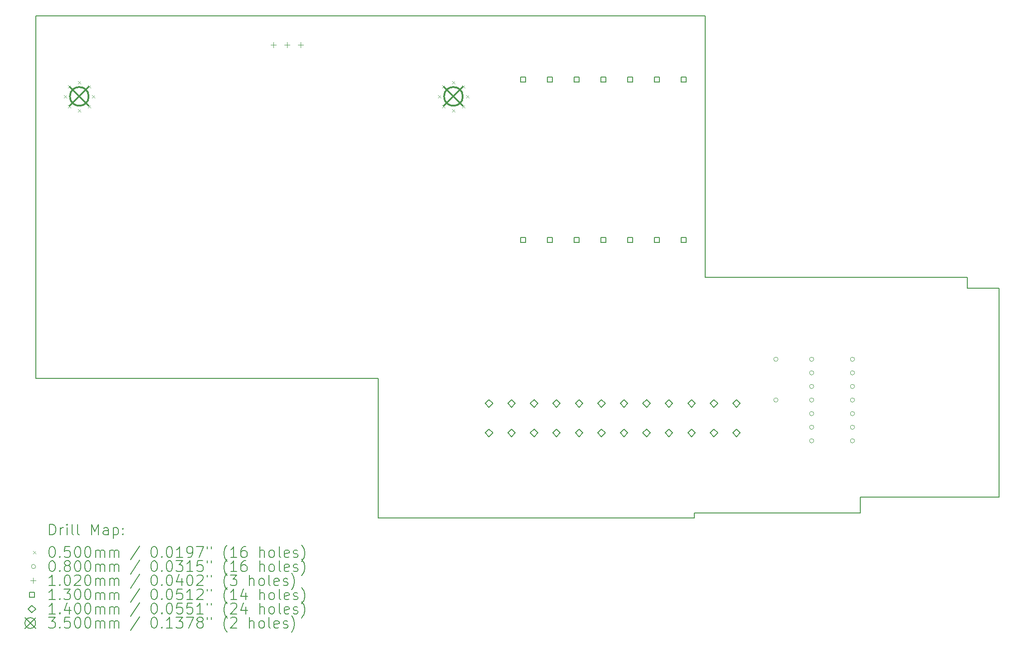
<source format=gbr>
%TF.GenerationSoftware,KiCad,Pcbnew,8.0.8*%
%TF.CreationDate,2025-01-21T13:57:37+00:00*%
%TF.ProjectId,X6800 PicoPSU v2.kicad_pcb_24pinATX,58363830-3020-4506-9963-6f5053552076,rev?*%
%TF.SameCoordinates,Original*%
%TF.FileFunction,Drillmap*%
%TF.FilePolarity,Positive*%
%FSLAX45Y45*%
G04 Gerber Fmt 4.5, Leading zero omitted, Abs format (unit mm)*
G04 Created by KiCad (PCBNEW 8.0.8) date 2025-01-21 13:57:37*
%MOMM*%
%LPD*%
G01*
G04 APERTURE LIST*
%ADD10C,0.150000*%
%ADD11C,0.200000*%
%ADD12C,0.100000*%
%ADD13C,0.102000*%
%ADD14C,0.130000*%
%ADD15C,0.140000*%
%ADD16C,0.350000*%
G04 APERTURE END LIST*
D10*
X12000000Y-11790000D02*
X12000000Y-14390000D01*
X5610000Y-11790000D02*
X12000000Y-11790000D01*
X18100000Y-9900000D02*
X23000000Y-9900000D01*
X23590000Y-10100000D02*
X23590000Y-14000000D01*
X21000000Y-14000000D02*
X23590000Y-14000000D01*
X23000000Y-9900000D02*
X23000000Y-10100000D01*
X23000000Y-10100000D02*
X23590000Y-10100000D01*
X17900000Y-14300000D02*
X21000000Y-14300000D01*
X17900000Y-14300000D02*
X17900000Y-14390000D01*
X21000000Y-14000000D02*
X21000000Y-14300000D01*
X5610000Y-5010000D02*
X18100000Y-5010000D01*
X18100000Y-5010000D02*
X18100000Y-9900000D01*
X12000000Y-14390000D02*
X17900000Y-14390000D01*
X5610000Y-5010000D02*
X5610000Y-11790000D01*
D11*
D12*
X6130000Y-6492500D02*
X6180000Y-6542500D01*
X6180000Y-6492500D02*
X6130000Y-6542500D01*
X6206884Y-6306884D02*
X6256884Y-6356884D01*
X6256884Y-6306884D02*
X6206884Y-6356884D01*
X6206884Y-6678115D02*
X6256884Y-6728115D01*
X6256884Y-6678115D02*
X6206884Y-6728115D01*
X6392500Y-6230000D02*
X6442500Y-6280000D01*
X6442500Y-6230000D02*
X6392500Y-6280000D01*
X6392500Y-6755000D02*
X6442500Y-6805000D01*
X6442500Y-6755000D02*
X6392500Y-6805000D01*
X6578115Y-6306884D02*
X6628115Y-6356884D01*
X6628115Y-6306884D02*
X6578115Y-6356884D01*
X6578115Y-6678115D02*
X6628115Y-6728115D01*
X6628115Y-6678115D02*
X6578115Y-6728115D01*
X6655000Y-6492500D02*
X6705000Y-6542500D01*
X6705000Y-6492500D02*
X6655000Y-6542500D01*
X13115000Y-6492500D02*
X13165000Y-6542500D01*
X13165000Y-6492500D02*
X13115000Y-6542500D01*
X13191884Y-6306884D02*
X13241884Y-6356884D01*
X13241884Y-6306884D02*
X13191884Y-6356884D01*
X13191884Y-6678115D02*
X13241884Y-6728115D01*
X13241884Y-6678115D02*
X13191884Y-6728115D01*
X13377500Y-6230000D02*
X13427500Y-6280000D01*
X13427500Y-6230000D02*
X13377500Y-6280000D01*
X13377500Y-6755000D02*
X13427500Y-6805000D01*
X13427500Y-6755000D02*
X13377500Y-6805000D01*
X13563115Y-6306884D02*
X13613115Y-6356884D01*
X13613115Y-6306884D02*
X13563115Y-6356884D01*
X13563115Y-6678115D02*
X13613115Y-6728115D01*
X13613115Y-6678115D02*
X13563115Y-6728115D01*
X13640000Y-6492500D02*
X13690000Y-6542500D01*
X13690000Y-6492500D02*
X13640000Y-6542500D01*
X19462356Y-11427056D02*
G75*
G02*
X19382356Y-11427056I-40000J0D01*
G01*
X19382356Y-11427056D02*
G75*
G02*
X19462356Y-11427056I40000J0D01*
G01*
X19462356Y-12189056D02*
G75*
G02*
X19382356Y-12189056I-40000J0D01*
G01*
X19382356Y-12189056D02*
G75*
G02*
X19462356Y-12189056I40000J0D01*
G01*
X20130000Y-11428000D02*
G75*
G02*
X20050000Y-11428000I-40000J0D01*
G01*
X20050000Y-11428000D02*
G75*
G02*
X20130000Y-11428000I40000J0D01*
G01*
X20130000Y-11682000D02*
G75*
G02*
X20050000Y-11682000I-40000J0D01*
G01*
X20050000Y-11682000D02*
G75*
G02*
X20130000Y-11682000I40000J0D01*
G01*
X20130000Y-11936000D02*
G75*
G02*
X20050000Y-11936000I-40000J0D01*
G01*
X20050000Y-11936000D02*
G75*
G02*
X20130000Y-11936000I40000J0D01*
G01*
X20130000Y-12190000D02*
G75*
G02*
X20050000Y-12190000I-40000J0D01*
G01*
X20050000Y-12190000D02*
G75*
G02*
X20130000Y-12190000I40000J0D01*
G01*
X20130000Y-12444000D02*
G75*
G02*
X20050000Y-12444000I-40000J0D01*
G01*
X20050000Y-12444000D02*
G75*
G02*
X20130000Y-12444000I40000J0D01*
G01*
X20130000Y-12698000D02*
G75*
G02*
X20050000Y-12698000I-40000J0D01*
G01*
X20050000Y-12698000D02*
G75*
G02*
X20130000Y-12698000I40000J0D01*
G01*
X20130000Y-12952000D02*
G75*
G02*
X20050000Y-12952000I-40000J0D01*
G01*
X20050000Y-12952000D02*
G75*
G02*
X20130000Y-12952000I40000J0D01*
G01*
X20892000Y-11428000D02*
G75*
G02*
X20812000Y-11428000I-40000J0D01*
G01*
X20812000Y-11428000D02*
G75*
G02*
X20892000Y-11428000I40000J0D01*
G01*
X20892000Y-11682000D02*
G75*
G02*
X20812000Y-11682000I-40000J0D01*
G01*
X20812000Y-11682000D02*
G75*
G02*
X20892000Y-11682000I40000J0D01*
G01*
X20892000Y-11936000D02*
G75*
G02*
X20812000Y-11936000I-40000J0D01*
G01*
X20812000Y-11936000D02*
G75*
G02*
X20892000Y-11936000I40000J0D01*
G01*
X20892000Y-12190000D02*
G75*
G02*
X20812000Y-12190000I-40000J0D01*
G01*
X20812000Y-12190000D02*
G75*
G02*
X20892000Y-12190000I40000J0D01*
G01*
X20892000Y-12444000D02*
G75*
G02*
X20812000Y-12444000I-40000J0D01*
G01*
X20812000Y-12444000D02*
G75*
G02*
X20892000Y-12444000I40000J0D01*
G01*
X20892000Y-12698000D02*
G75*
G02*
X20812000Y-12698000I-40000J0D01*
G01*
X20812000Y-12698000D02*
G75*
G02*
X20892000Y-12698000I40000J0D01*
G01*
X20892000Y-12952000D02*
G75*
G02*
X20812000Y-12952000I-40000J0D01*
G01*
X20812000Y-12952000D02*
G75*
G02*
X20892000Y-12952000I40000J0D01*
G01*
D13*
X10039757Y-5505906D02*
X10039757Y-5607906D01*
X9988757Y-5556906D02*
X10090757Y-5556906D01*
X10293757Y-5505906D02*
X10293757Y-5607906D01*
X10242757Y-5556906D02*
X10344757Y-5556906D01*
X10547757Y-5505906D02*
X10547757Y-5607906D01*
X10496757Y-5556906D02*
X10598757Y-5556906D01*
D14*
X14745962Y-6245962D02*
X14745962Y-6154038D01*
X14654038Y-6154038D01*
X14654038Y-6245962D01*
X14745962Y-6245962D01*
X14745962Y-9245962D02*
X14745962Y-9154038D01*
X14654038Y-9154038D01*
X14654038Y-9245962D01*
X14745962Y-9245962D01*
X15245962Y-6245962D02*
X15245962Y-6154038D01*
X15154038Y-6154038D01*
X15154038Y-6245962D01*
X15245962Y-6245962D01*
X15245962Y-9245962D02*
X15245962Y-9154038D01*
X15154038Y-9154038D01*
X15154038Y-9245962D01*
X15245962Y-9245962D01*
X15745962Y-6245962D02*
X15745962Y-6154038D01*
X15654038Y-6154038D01*
X15654038Y-6245962D01*
X15745962Y-6245962D01*
X15745962Y-9245962D02*
X15745962Y-9154038D01*
X15654038Y-9154038D01*
X15654038Y-9245962D01*
X15745962Y-9245962D01*
X16245962Y-6245962D02*
X16245962Y-6154038D01*
X16154038Y-6154038D01*
X16154038Y-6245962D01*
X16245962Y-6245962D01*
X16245962Y-9245962D02*
X16245962Y-9154038D01*
X16154038Y-9154038D01*
X16154038Y-9245962D01*
X16245962Y-9245962D01*
X16745962Y-6245962D02*
X16745962Y-6154038D01*
X16654038Y-6154038D01*
X16654038Y-6245962D01*
X16745962Y-6245962D01*
X16745962Y-9245962D02*
X16745962Y-9154038D01*
X16654038Y-9154038D01*
X16654038Y-9245962D01*
X16745962Y-9245962D01*
X17245962Y-6245962D02*
X17245962Y-6154038D01*
X17154038Y-6154038D01*
X17154038Y-6245962D01*
X17245962Y-6245962D01*
X17245962Y-9245962D02*
X17245962Y-9154038D01*
X17154038Y-9154038D01*
X17154038Y-9245962D01*
X17245962Y-9245962D01*
X17745962Y-6245962D02*
X17745962Y-6154038D01*
X17654038Y-6154038D01*
X17654038Y-6245962D01*
X17745962Y-6245962D01*
X17745962Y-9245962D02*
X17745962Y-9154038D01*
X17654038Y-9154038D01*
X17654038Y-9245962D01*
X17745962Y-9245962D01*
D15*
X14067610Y-12323979D02*
X14137610Y-12253979D01*
X14067610Y-12183979D01*
X13997610Y-12253979D01*
X14067610Y-12323979D01*
X14067610Y-12873979D02*
X14137610Y-12803979D01*
X14067610Y-12733979D01*
X13997610Y-12803979D01*
X14067610Y-12873979D01*
X14487610Y-12323979D02*
X14557610Y-12253979D01*
X14487610Y-12183979D01*
X14417610Y-12253979D01*
X14487610Y-12323979D01*
X14487610Y-12873979D02*
X14557610Y-12803979D01*
X14487610Y-12733979D01*
X14417610Y-12803979D01*
X14487610Y-12873979D01*
X14907610Y-12323979D02*
X14977610Y-12253979D01*
X14907610Y-12183979D01*
X14837610Y-12253979D01*
X14907610Y-12323979D01*
X14907610Y-12873979D02*
X14977610Y-12803979D01*
X14907610Y-12733979D01*
X14837610Y-12803979D01*
X14907610Y-12873979D01*
X15327610Y-12323979D02*
X15397610Y-12253979D01*
X15327610Y-12183979D01*
X15257610Y-12253979D01*
X15327610Y-12323979D01*
X15327610Y-12873979D02*
X15397610Y-12803979D01*
X15327610Y-12733979D01*
X15257610Y-12803979D01*
X15327610Y-12873979D01*
X15747610Y-12323979D02*
X15817610Y-12253979D01*
X15747610Y-12183979D01*
X15677610Y-12253979D01*
X15747610Y-12323979D01*
X15747610Y-12873979D02*
X15817610Y-12803979D01*
X15747610Y-12733979D01*
X15677610Y-12803979D01*
X15747610Y-12873979D01*
X16167610Y-12323979D02*
X16237610Y-12253979D01*
X16167610Y-12183979D01*
X16097610Y-12253979D01*
X16167610Y-12323979D01*
X16167610Y-12873979D02*
X16237610Y-12803979D01*
X16167610Y-12733979D01*
X16097610Y-12803979D01*
X16167610Y-12873979D01*
X16587610Y-12323979D02*
X16657610Y-12253979D01*
X16587610Y-12183979D01*
X16517610Y-12253979D01*
X16587610Y-12323979D01*
X16587610Y-12873979D02*
X16657610Y-12803979D01*
X16587610Y-12733979D01*
X16517610Y-12803979D01*
X16587610Y-12873979D01*
X17007610Y-12323979D02*
X17077610Y-12253979D01*
X17007610Y-12183979D01*
X16937610Y-12253979D01*
X17007610Y-12323979D01*
X17007610Y-12873979D02*
X17077610Y-12803979D01*
X17007610Y-12733979D01*
X16937610Y-12803979D01*
X17007610Y-12873979D01*
X17427610Y-12323979D02*
X17497610Y-12253979D01*
X17427610Y-12183979D01*
X17357610Y-12253979D01*
X17427610Y-12323979D01*
X17427610Y-12873979D02*
X17497610Y-12803979D01*
X17427610Y-12733979D01*
X17357610Y-12803979D01*
X17427610Y-12873979D01*
X17847610Y-12323979D02*
X17917610Y-12253979D01*
X17847610Y-12183979D01*
X17777610Y-12253979D01*
X17847610Y-12323979D01*
X17847610Y-12873979D02*
X17917610Y-12803979D01*
X17847610Y-12733979D01*
X17777610Y-12803979D01*
X17847610Y-12873979D01*
X18267610Y-12323979D02*
X18337610Y-12253979D01*
X18267610Y-12183979D01*
X18197610Y-12253979D01*
X18267610Y-12323979D01*
X18267610Y-12873979D02*
X18337610Y-12803979D01*
X18267610Y-12733979D01*
X18197610Y-12803979D01*
X18267610Y-12873979D01*
X18687610Y-12323979D02*
X18757610Y-12253979D01*
X18687610Y-12183979D01*
X18617610Y-12253979D01*
X18687610Y-12323979D01*
X18687610Y-12873979D02*
X18757610Y-12803979D01*
X18687610Y-12733979D01*
X18617610Y-12803979D01*
X18687610Y-12873979D01*
D16*
X6242500Y-6342500D02*
X6592500Y-6692500D01*
X6592500Y-6342500D02*
X6242500Y-6692500D01*
X6592500Y-6517500D02*
G75*
G02*
X6242500Y-6517500I-175000J0D01*
G01*
X6242500Y-6517500D02*
G75*
G02*
X6592500Y-6517500I175000J0D01*
G01*
X13227500Y-6342500D02*
X13577500Y-6692500D01*
X13577500Y-6342500D02*
X13227500Y-6692500D01*
X13577500Y-6517500D02*
G75*
G02*
X13227500Y-6517500I-175000J0D01*
G01*
X13227500Y-6517500D02*
G75*
G02*
X13577500Y-6517500I175000J0D01*
G01*
D11*
X5863277Y-14708984D02*
X5863277Y-14508984D01*
X5863277Y-14508984D02*
X5910896Y-14508984D01*
X5910896Y-14508984D02*
X5939467Y-14518508D01*
X5939467Y-14518508D02*
X5958515Y-14537555D01*
X5958515Y-14537555D02*
X5968039Y-14556603D01*
X5968039Y-14556603D02*
X5977562Y-14594698D01*
X5977562Y-14594698D02*
X5977562Y-14623269D01*
X5977562Y-14623269D02*
X5968039Y-14661365D01*
X5968039Y-14661365D02*
X5958515Y-14680412D01*
X5958515Y-14680412D02*
X5939467Y-14699460D01*
X5939467Y-14699460D02*
X5910896Y-14708984D01*
X5910896Y-14708984D02*
X5863277Y-14708984D01*
X6063277Y-14708984D02*
X6063277Y-14575650D01*
X6063277Y-14613746D02*
X6072801Y-14594698D01*
X6072801Y-14594698D02*
X6082324Y-14585174D01*
X6082324Y-14585174D02*
X6101372Y-14575650D01*
X6101372Y-14575650D02*
X6120420Y-14575650D01*
X6187086Y-14708984D02*
X6187086Y-14575650D01*
X6187086Y-14508984D02*
X6177562Y-14518508D01*
X6177562Y-14518508D02*
X6187086Y-14528031D01*
X6187086Y-14528031D02*
X6196610Y-14518508D01*
X6196610Y-14518508D02*
X6187086Y-14508984D01*
X6187086Y-14508984D02*
X6187086Y-14528031D01*
X6310896Y-14708984D02*
X6291848Y-14699460D01*
X6291848Y-14699460D02*
X6282324Y-14680412D01*
X6282324Y-14680412D02*
X6282324Y-14508984D01*
X6415658Y-14708984D02*
X6396610Y-14699460D01*
X6396610Y-14699460D02*
X6387086Y-14680412D01*
X6387086Y-14680412D02*
X6387086Y-14508984D01*
X6644229Y-14708984D02*
X6644229Y-14508984D01*
X6644229Y-14508984D02*
X6710896Y-14651841D01*
X6710896Y-14651841D02*
X6777562Y-14508984D01*
X6777562Y-14508984D02*
X6777562Y-14708984D01*
X6958515Y-14708984D02*
X6958515Y-14604222D01*
X6958515Y-14604222D02*
X6948991Y-14585174D01*
X6948991Y-14585174D02*
X6929943Y-14575650D01*
X6929943Y-14575650D02*
X6891848Y-14575650D01*
X6891848Y-14575650D02*
X6872801Y-14585174D01*
X6958515Y-14699460D02*
X6939467Y-14708984D01*
X6939467Y-14708984D02*
X6891848Y-14708984D01*
X6891848Y-14708984D02*
X6872801Y-14699460D01*
X6872801Y-14699460D02*
X6863277Y-14680412D01*
X6863277Y-14680412D02*
X6863277Y-14661365D01*
X6863277Y-14661365D02*
X6872801Y-14642317D01*
X6872801Y-14642317D02*
X6891848Y-14632793D01*
X6891848Y-14632793D02*
X6939467Y-14632793D01*
X6939467Y-14632793D02*
X6958515Y-14623269D01*
X7053753Y-14575650D02*
X7053753Y-14775650D01*
X7053753Y-14585174D02*
X7072801Y-14575650D01*
X7072801Y-14575650D02*
X7110896Y-14575650D01*
X7110896Y-14575650D02*
X7129943Y-14585174D01*
X7129943Y-14585174D02*
X7139467Y-14594698D01*
X7139467Y-14594698D02*
X7148991Y-14613746D01*
X7148991Y-14613746D02*
X7148991Y-14670888D01*
X7148991Y-14670888D02*
X7139467Y-14689936D01*
X7139467Y-14689936D02*
X7129943Y-14699460D01*
X7129943Y-14699460D02*
X7110896Y-14708984D01*
X7110896Y-14708984D02*
X7072801Y-14708984D01*
X7072801Y-14708984D02*
X7053753Y-14699460D01*
X7234705Y-14689936D02*
X7244229Y-14699460D01*
X7244229Y-14699460D02*
X7234705Y-14708984D01*
X7234705Y-14708984D02*
X7225182Y-14699460D01*
X7225182Y-14699460D02*
X7234705Y-14689936D01*
X7234705Y-14689936D02*
X7234705Y-14708984D01*
X7234705Y-14585174D02*
X7244229Y-14594698D01*
X7244229Y-14594698D02*
X7234705Y-14604222D01*
X7234705Y-14604222D02*
X7225182Y-14594698D01*
X7225182Y-14594698D02*
X7234705Y-14585174D01*
X7234705Y-14585174D02*
X7234705Y-14604222D01*
D12*
X5552500Y-15012500D02*
X5602500Y-15062500D01*
X5602500Y-15012500D02*
X5552500Y-15062500D01*
D11*
X5901372Y-14928984D02*
X5920420Y-14928984D01*
X5920420Y-14928984D02*
X5939467Y-14938508D01*
X5939467Y-14938508D02*
X5948991Y-14948031D01*
X5948991Y-14948031D02*
X5958515Y-14967079D01*
X5958515Y-14967079D02*
X5968039Y-15005174D01*
X5968039Y-15005174D02*
X5968039Y-15052793D01*
X5968039Y-15052793D02*
X5958515Y-15090888D01*
X5958515Y-15090888D02*
X5948991Y-15109936D01*
X5948991Y-15109936D02*
X5939467Y-15119460D01*
X5939467Y-15119460D02*
X5920420Y-15128984D01*
X5920420Y-15128984D02*
X5901372Y-15128984D01*
X5901372Y-15128984D02*
X5882324Y-15119460D01*
X5882324Y-15119460D02*
X5872801Y-15109936D01*
X5872801Y-15109936D02*
X5863277Y-15090888D01*
X5863277Y-15090888D02*
X5853753Y-15052793D01*
X5853753Y-15052793D02*
X5853753Y-15005174D01*
X5853753Y-15005174D02*
X5863277Y-14967079D01*
X5863277Y-14967079D02*
X5872801Y-14948031D01*
X5872801Y-14948031D02*
X5882324Y-14938508D01*
X5882324Y-14938508D02*
X5901372Y-14928984D01*
X6053753Y-15109936D02*
X6063277Y-15119460D01*
X6063277Y-15119460D02*
X6053753Y-15128984D01*
X6053753Y-15128984D02*
X6044229Y-15119460D01*
X6044229Y-15119460D02*
X6053753Y-15109936D01*
X6053753Y-15109936D02*
X6053753Y-15128984D01*
X6244229Y-14928984D02*
X6148991Y-14928984D01*
X6148991Y-14928984D02*
X6139467Y-15024222D01*
X6139467Y-15024222D02*
X6148991Y-15014698D01*
X6148991Y-15014698D02*
X6168039Y-15005174D01*
X6168039Y-15005174D02*
X6215658Y-15005174D01*
X6215658Y-15005174D02*
X6234705Y-15014698D01*
X6234705Y-15014698D02*
X6244229Y-15024222D01*
X6244229Y-15024222D02*
X6253753Y-15043269D01*
X6253753Y-15043269D02*
X6253753Y-15090888D01*
X6253753Y-15090888D02*
X6244229Y-15109936D01*
X6244229Y-15109936D02*
X6234705Y-15119460D01*
X6234705Y-15119460D02*
X6215658Y-15128984D01*
X6215658Y-15128984D02*
X6168039Y-15128984D01*
X6168039Y-15128984D02*
X6148991Y-15119460D01*
X6148991Y-15119460D02*
X6139467Y-15109936D01*
X6377562Y-14928984D02*
X6396610Y-14928984D01*
X6396610Y-14928984D02*
X6415658Y-14938508D01*
X6415658Y-14938508D02*
X6425182Y-14948031D01*
X6425182Y-14948031D02*
X6434705Y-14967079D01*
X6434705Y-14967079D02*
X6444229Y-15005174D01*
X6444229Y-15005174D02*
X6444229Y-15052793D01*
X6444229Y-15052793D02*
X6434705Y-15090888D01*
X6434705Y-15090888D02*
X6425182Y-15109936D01*
X6425182Y-15109936D02*
X6415658Y-15119460D01*
X6415658Y-15119460D02*
X6396610Y-15128984D01*
X6396610Y-15128984D02*
X6377562Y-15128984D01*
X6377562Y-15128984D02*
X6358515Y-15119460D01*
X6358515Y-15119460D02*
X6348991Y-15109936D01*
X6348991Y-15109936D02*
X6339467Y-15090888D01*
X6339467Y-15090888D02*
X6329943Y-15052793D01*
X6329943Y-15052793D02*
X6329943Y-15005174D01*
X6329943Y-15005174D02*
X6339467Y-14967079D01*
X6339467Y-14967079D02*
X6348991Y-14948031D01*
X6348991Y-14948031D02*
X6358515Y-14938508D01*
X6358515Y-14938508D02*
X6377562Y-14928984D01*
X6568039Y-14928984D02*
X6587086Y-14928984D01*
X6587086Y-14928984D02*
X6606134Y-14938508D01*
X6606134Y-14938508D02*
X6615658Y-14948031D01*
X6615658Y-14948031D02*
X6625182Y-14967079D01*
X6625182Y-14967079D02*
X6634705Y-15005174D01*
X6634705Y-15005174D02*
X6634705Y-15052793D01*
X6634705Y-15052793D02*
X6625182Y-15090888D01*
X6625182Y-15090888D02*
X6615658Y-15109936D01*
X6615658Y-15109936D02*
X6606134Y-15119460D01*
X6606134Y-15119460D02*
X6587086Y-15128984D01*
X6587086Y-15128984D02*
X6568039Y-15128984D01*
X6568039Y-15128984D02*
X6548991Y-15119460D01*
X6548991Y-15119460D02*
X6539467Y-15109936D01*
X6539467Y-15109936D02*
X6529943Y-15090888D01*
X6529943Y-15090888D02*
X6520420Y-15052793D01*
X6520420Y-15052793D02*
X6520420Y-15005174D01*
X6520420Y-15005174D02*
X6529943Y-14967079D01*
X6529943Y-14967079D02*
X6539467Y-14948031D01*
X6539467Y-14948031D02*
X6548991Y-14938508D01*
X6548991Y-14938508D02*
X6568039Y-14928984D01*
X6720420Y-15128984D02*
X6720420Y-14995650D01*
X6720420Y-15014698D02*
X6729943Y-15005174D01*
X6729943Y-15005174D02*
X6748991Y-14995650D01*
X6748991Y-14995650D02*
X6777563Y-14995650D01*
X6777563Y-14995650D02*
X6796610Y-15005174D01*
X6796610Y-15005174D02*
X6806134Y-15024222D01*
X6806134Y-15024222D02*
X6806134Y-15128984D01*
X6806134Y-15024222D02*
X6815658Y-15005174D01*
X6815658Y-15005174D02*
X6834705Y-14995650D01*
X6834705Y-14995650D02*
X6863277Y-14995650D01*
X6863277Y-14995650D02*
X6882324Y-15005174D01*
X6882324Y-15005174D02*
X6891848Y-15024222D01*
X6891848Y-15024222D02*
X6891848Y-15128984D01*
X6987086Y-15128984D02*
X6987086Y-14995650D01*
X6987086Y-15014698D02*
X6996610Y-15005174D01*
X6996610Y-15005174D02*
X7015658Y-14995650D01*
X7015658Y-14995650D02*
X7044229Y-14995650D01*
X7044229Y-14995650D02*
X7063277Y-15005174D01*
X7063277Y-15005174D02*
X7072801Y-15024222D01*
X7072801Y-15024222D02*
X7072801Y-15128984D01*
X7072801Y-15024222D02*
X7082324Y-15005174D01*
X7082324Y-15005174D02*
X7101372Y-14995650D01*
X7101372Y-14995650D02*
X7129943Y-14995650D01*
X7129943Y-14995650D02*
X7148991Y-15005174D01*
X7148991Y-15005174D02*
X7158515Y-15024222D01*
X7158515Y-15024222D02*
X7158515Y-15128984D01*
X7548991Y-14919460D02*
X7377563Y-15176603D01*
X7806134Y-14928984D02*
X7825182Y-14928984D01*
X7825182Y-14928984D02*
X7844229Y-14938508D01*
X7844229Y-14938508D02*
X7853753Y-14948031D01*
X7853753Y-14948031D02*
X7863277Y-14967079D01*
X7863277Y-14967079D02*
X7872801Y-15005174D01*
X7872801Y-15005174D02*
X7872801Y-15052793D01*
X7872801Y-15052793D02*
X7863277Y-15090888D01*
X7863277Y-15090888D02*
X7853753Y-15109936D01*
X7853753Y-15109936D02*
X7844229Y-15119460D01*
X7844229Y-15119460D02*
X7825182Y-15128984D01*
X7825182Y-15128984D02*
X7806134Y-15128984D01*
X7806134Y-15128984D02*
X7787086Y-15119460D01*
X7787086Y-15119460D02*
X7777563Y-15109936D01*
X7777563Y-15109936D02*
X7768039Y-15090888D01*
X7768039Y-15090888D02*
X7758515Y-15052793D01*
X7758515Y-15052793D02*
X7758515Y-15005174D01*
X7758515Y-15005174D02*
X7768039Y-14967079D01*
X7768039Y-14967079D02*
X7777563Y-14948031D01*
X7777563Y-14948031D02*
X7787086Y-14938508D01*
X7787086Y-14938508D02*
X7806134Y-14928984D01*
X7958515Y-15109936D02*
X7968039Y-15119460D01*
X7968039Y-15119460D02*
X7958515Y-15128984D01*
X7958515Y-15128984D02*
X7948991Y-15119460D01*
X7948991Y-15119460D02*
X7958515Y-15109936D01*
X7958515Y-15109936D02*
X7958515Y-15128984D01*
X8091848Y-14928984D02*
X8110896Y-14928984D01*
X8110896Y-14928984D02*
X8129944Y-14938508D01*
X8129944Y-14938508D02*
X8139467Y-14948031D01*
X8139467Y-14948031D02*
X8148991Y-14967079D01*
X8148991Y-14967079D02*
X8158515Y-15005174D01*
X8158515Y-15005174D02*
X8158515Y-15052793D01*
X8158515Y-15052793D02*
X8148991Y-15090888D01*
X8148991Y-15090888D02*
X8139467Y-15109936D01*
X8139467Y-15109936D02*
X8129944Y-15119460D01*
X8129944Y-15119460D02*
X8110896Y-15128984D01*
X8110896Y-15128984D02*
X8091848Y-15128984D01*
X8091848Y-15128984D02*
X8072801Y-15119460D01*
X8072801Y-15119460D02*
X8063277Y-15109936D01*
X8063277Y-15109936D02*
X8053753Y-15090888D01*
X8053753Y-15090888D02*
X8044229Y-15052793D01*
X8044229Y-15052793D02*
X8044229Y-15005174D01*
X8044229Y-15005174D02*
X8053753Y-14967079D01*
X8053753Y-14967079D02*
X8063277Y-14948031D01*
X8063277Y-14948031D02*
X8072801Y-14938508D01*
X8072801Y-14938508D02*
X8091848Y-14928984D01*
X8348991Y-15128984D02*
X8234706Y-15128984D01*
X8291848Y-15128984D02*
X8291848Y-14928984D01*
X8291848Y-14928984D02*
X8272801Y-14957555D01*
X8272801Y-14957555D02*
X8253753Y-14976603D01*
X8253753Y-14976603D02*
X8234706Y-14986127D01*
X8444229Y-15128984D02*
X8482325Y-15128984D01*
X8482325Y-15128984D02*
X8501372Y-15119460D01*
X8501372Y-15119460D02*
X8510896Y-15109936D01*
X8510896Y-15109936D02*
X8529944Y-15081365D01*
X8529944Y-15081365D02*
X8539468Y-15043269D01*
X8539468Y-15043269D02*
X8539468Y-14967079D01*
X8539468Y-14967079D02*
X8529944Y-14948031D01*
X8529944Y-14948031D02*
X8520420Y-14938508D01*
X8520420Y-14938508D02*
X8501372Y-14928984D01*
X8501372Y-14928984D02*
X8463277Y-14928984D01*
X8463277Y-14928984D02*
X8444229Y-14938508D01*
X8444229Y-14938508D02*
X8434706Y-14948031D01*
X8434706Y-14948031D02*
X8425182Y-14967079D01*
X8425182Y-14967079D02*
X8425182Y-15014698D01*
X8425182Y-15014698D02*
X8434706Y-15033746D01*
X8434706Y-15033746D02*
X8444229Y-15043269D01*
X8444229Y-15043269D02*
X8463277Y-15052793D01*
X8463277Y-15052793D02*
X8501372Y-15052793D01*
X8501372Y-15052793D02*
X8520420Y-15043269D01*
X8520420Y-15043269D02*
X8529944Y-15033746D01*
X8529944Y-15033746D02*
X8539468Y-15014698D01*
X8606134Y-14928984D02*
X8739468Y-14928984D01*
X8739468Y-14928984D02*
X8653753Y-15128984D01*
X8806134Y-14928984D02*
X8806134Y-14967079D01*
X8882325Y-14928984D02*
X8882325Y-14967079D01*
X9177563Y-15205174D02*
X9168039Y-15195650D01*
X9168039Y-15195650D02*
X9148991Y-15167079D01*
X9148991Y-15167079D02*
X9139468Y-15148031D01*
X9139468Y-15148031D02*
X9129944Y-15119460D01*
X9129944Y-15119460D02*
X9120420Y-15071841D01*
X9120420Y-15071841D02*
X9120420Y-15033746D01*
X9120420Y-15033746D02*
X9129944Y-14986127D01*
X9129944Y-14986127D02*
X9139468Y-14957555D01*
X9139468Y-14957555D02*
X9148991Y-14938508D01*
X9148991Y-14938508D02*
X9168039Y-14909936D01*
X9168039Y-14909936D02*
X9177563Y-14900412D01*
X9358515Y-15128984D02*
X9244230Y-15128984D01*
X9301372Y-15128984D02*
X9301372Y-14928984D01*
X9301372Y-14928984D02*
X9282325Y-14957555D01*
X9282325Y-14957555D02*
X9263277Y-14976603D01*
X9263277Y-14976603D02*
X9244230Y-14986127D01*
X9529944Y-14928984D02*
X9491849Y-14928984D01*
X9491849Y-14928984D02*
X9472801Y-14938508D01*
X9472801Y-14938508D02*
X9463277Y-14948031D01*
X9463277Y-14948031D02*
X9444230Y-14976603D01*
X9444230Y-14976603D02*
X9434706Y-15014698D01*
X9434706Y-15014698D02*
X9434706Y-15090888D01*
X9434706Y-15090888D02*
X9444230Y-15109936D01*
X9444230Y-15109936D02*
X9453753Y-15119460D01*
X9453753Y-15119460D02*
X9472801Y-15128984D01*
X9472801Y-15128984D02*
X9510896Y-15128984D01*
X9510896Y-15128984D02*
X9529944Y-15119460D01*
X9529944Y-15119460D02*
X9539468Y-15109936D01*
X9539468Y-15109936D02*
X9548991Y-15090888D01*
X9548991Y-15090888D02*
X9548991Y-15043269D01*
X9548991Y-15043269D02*
X9539468Y-15024222D01*
X9539468Y-15024222D02*
X9529944Y-15014698D01*
X9529944Y-15014698D02*
X9510896Y-15005174D01*
X9510896Y-15005174D02*
X9472801Y-15005174D01*
X9472801Y-15005174D02*
X9453753Y-15014698D01*
X9453753Y-15014698D02*
X9444230Y-15024222D01*
X9444230Y-15024222D02*
X9434706Y-15043269D01*
X9787087Y-15128984D02*
X9787087Y-14928984D01*
X9872801Y-15128984D02*
X9872801Y-15024222D01*
X9872801Y-15024222D02*
X9863277Y-15005174D01*
X9863277Y-15005174D02*
X9844230Y-14995650D01*
X9844230Y-14995650D02*
X9815658Y-14995650D01*
X9815658Y-14995650D02*
X9796611Y-15005174D01*
X9796611Y-15005174D02*
X9787087Y-15014698D01*
X9996611Y-15128984D02*
X9977563Y-15119460D01*
X9977563Y-15119460D02*
X9968039Y-15109936D01*
X9968039Y-15109936D02*
X9958515Y-15090888D01*
X9958515Y-15090888D02*
X9958515Y-15033746D01*
X9958515Y-15033746D02*
X9968039Y-15014698D01*
X9968039Y-15014698D02*
X9977563Y-15005174D01*
X9977563Y-15005174D02*
X9996611Y-14995650D01*
X9996611Y-14995650D02*
X10025182Y-14995650D01*
X10025182Y-14995650D02*
X10044230Y-15005174D01*
X10044230Y-15005174D02*
X10053753Y-15014698D01*
X10053753Y-15014698D02*
X10063277Y-15033746D01*
X10063277Y-15033746D02*
X10063277Y-15090888D01*
X10063277Y-15090888D02*
X10053753Y-15109936D01*
X10053753Y-15109936D02*
X10044230Y-15119460D01*
X10044230Y-15119460D02*
X10025182Y-15128984D01*
X10025182Y-15128984D02*
X9996611Y-15128984D01*
X10177563Y-15128984D02*
X10158515Y-15119460D01*
X10158515Y-15119460D02*
X10148992Y-15100412D01*
X10148992Y-15100412D02*
X10148992Y-14928984D01*
X10329944Y-15119460D02*
X10310896Y-15128984D01*
X10310896Y-15128984D02*
X10272801Y-15128984D01*
X10272801Y-15128984D02*
X10253753Y-15119460D01*
X10253753Y-15119460D02*
X10244230Y-15100412D01*
X10244230Y-15100412D02*
X10244230Y-15024222D01*
X10244230Y-15024222D02*
X10253753Y-15005174D01*
X10253753Y-15005174D02*
X10272801Y-14995650D01*
X10272801Y-14995650D02*
X10310896Y-14995650D01*
X10310896Y-14995650D02*
X10329944Y-15005174D01*
X10329944Y-15005174D02*
X10339468Y-15024222D01*
X10339468Y-15024222D02*
X10339468Y-15043269D01*
X10339468Y-15043269D02*
X10244230Y-15062317D01*
X10415658Y-15119460D02*
X10434706Y-15128984D01*
X10434706Y-15128984D02*
X10472801Y-15128984D01*
X10472801Y-15128984D02*
X10491849Y-15119460D01*
X10491849Y-15119460D02*
X10501373Y-15100412D01*
X10501373Y-15100412D02*
X10501373Y-15090888D01*
X10501373Y-15090888D02*
X10491849Y-15071841D01*
X10491849Y-15071841D02*
X10472801Y-15062317D01*
X10472801Y-15062317D02*
X10444230Y-15062317D01*
X10444230Y-15062317D02*
X10425182Y-15052793D01*
X10425182Y-15052793D02*
X10415658Y-15033746D01*
X10415658Y-15033746D02*
X10415658Y-15024222D01*
X10415658Y-15024222D02*
X10425182Y-15005174D01*
X10425182Y-15005174D02*
X10444230Y-14995650D01*
X10444230Y-14995650D02*
X10472801Y-14995650D01*
X10472801Y-14995650D02*
X10491849Y-15005174D01*
X10568039Y-15205174D02*
X10577563Y-15195650D01*
X10577563Y-15195650D02*
X10596611Y-15167079D01*
X10596611Y-15167079D02*
X10606134Y-15148031D01*
X10606134Y-15148031D02*
X10615658Y-15119460D01*
X10615658Y-15119460D02*
X10625182Y-15071841D01*
X10625182Y-15071841D02*
X10625182Y-15033746D01*
X10625182Y-15033746D02*
X10615658Y-14986127D01*
X10615658Y-14986127D02*
X10606134Y-14957555D01*
X10606134Y-14957555D02*
X10596611Y-14938508D01*
X10596611Y-14938508D02*
X10577563Y-14909936D01*
X10577563Y-14909936D02*
X10568039Y-14900412D01*
D12*
X5602500Y-15301500D02*
G75*
G02*
X5522500Y-15301500I-40000J0D01*
G01*
X5522500Y-15301500D02*
G75*
G02*
X5602500Y-15301500I40000J0D01*
G01*
D11*
X5901372Y-15192984D02*
X5920420Y-15192984D01*
X5920420Y-15192984D02*
X5939467Y-15202508D01*
X5939467Y-15202508D02*
X5948991Y-15212031D01*
X5948991Y-15212031D02*
X5958515Y-15231079D01*
X5958515Y-15231079D02*
X5968039Y-15269174D01*
X5968039Y-15269174D02*
X5968039Y-15316793D01*
X5968039Y-15316793D02*
X5958515Y-15354888D01*
X5958515Y-15354888D02*
X5948991Y-15373936D01*
X5948991Y-15373936D02*
X5939467Y-15383460D01*
X5939467Y-15383460D02*
X5920420Y-15392984D01*
X5920420Y-15392984D02*
X5901372Y-15392984D01*
X5901372Y-15392984D02*
X5882324Y-15383460D01*
X5882324Y-15383460D02*
X5872801Y-15373936D01*
X5872801Y-15373936D02*
X5863277Y-15354888D01*
X5863277Y-15354888D02*
X5853753Y-15316793D01*
X5853753Y-15316793D02*
X5853753Y-15269174D01*
X5853753Y-15269174D02*
X5863277Y-15231079D01*
X5863277Y-15231079D02*
X5872801Y-15212031D01*
X5872801Y-15212031D02*
X5882324Y-15202508D01*
X5882324Y-15202508D02*
X5901372Y-15192984D01*
X6053753Y-15373936D02*
X6063277Y-15383460D01*
X6063277Y-15383460D02*
X6053753Y-15392984D01*
X6053753Y-15392984D02*
X6044229Y-15383460D01*
X6044229Y-15383460D02*
X6053753Y-15373936D01*
X6053753Y-15373936D02*
X6053753Y-15392984D01*
X6177562Y-15278698D02*
X6158515Y-15269174D01*
X6158515Y-15269174D02*
X6148991Y-15259650D01*
X6148991Y-15259650D02*
X6139467Y-15240603D01*
X6139467Y-15240603D02*
X6139467Y-15231079D01*
X6139467Y-15231079D02*
X6148991Y-15212031D01*
X6148991Y-15212031D02*
X6158515Y-15202508D01*
X6158515Y-15202508D02*
X6177562Y-15192984D01*
X6177562Y-15192984D02*
X6215658Y-15192984D01*
X6215658Y-15192984D02*
X6234705Y-15202508D01*
X6234705Y-15202508D02*
X6244229Y-15212031D01*
X6244229Y-15212031D02*
X6253753Y-15231079D01*
X6253753Y-15231079D02*
X6253753Y-15240603D01*
X6253753Y-15240603D02*
X6244229Y-15259650D01*
X6244229Y-15259650D02*
X6234705Y-15269174D01*
X6234705Y-15269174D02*
X6215658Y-15278698D01*
X6215658Y-15278698D02*
X6177562Y-15278698D01*
X6177562Y-15278698D02*
X6158515Y-15288222D01*
X6158515Y-15288222D02*
X6148991Y-15297746D01*
X6148991Y-15297746D02*
X6139467Y-15316793D01*
X6139467Y-15316793D02*
X6139467Y-15354888D01*
X6139467Y-15354888D02*
X6148991Y-15373936D01*
X6148991Y-15373936D02*
X6158515Y-15383460D01*
X6158515Y-15383460D02*
X6177562Y-15392984D01*
X6177562Y-15392984D02*
X6215658Y-15392984D01*
X6215658Y-15392984D02*
X6234705Y-15383460D01*
X6234705Y-15383460D02*
X6244229Y-15373936D01*
X6244229Y-15373936D02*
X6253753Y-15354888D01*
X6253753Y-15354888D02*
X6253753Y-15316793D01*
X6253753Y-15316793D02*
X6244229Y-15297746D01*
X6244229Y-15297746D02*
X6234705Y-15288222D01*
X6234705Y-15288222D02*
X6215658Y-15278698D01*
X6377562Y-15192984D02*
X6396610Y-15192984D01*
X6396610Y-15192984D02*
X6415658Y-15202508D01*
X6415658Y-15202508D02*
X6425182Y-15212031D01*
X6425182Y-15212031D02*
X6434705Y-15231079D01*
X6434705Y-15231079D02*
X6444229Y-15269174D01*
X6444229Y-15269174D02*
X6444229Y-15316793D01*
X6444229Y-15316793D02*
X6434705Y-15354888D01*
X6434705Y-15354888D02*
X6425182Y-15373936D01*
X6425182Y-15373936D02*
X6415658Y-15383460D01*
X6415658Y-15383460D02*
X6396610Y-15392984D01*
X6396610Y-15392984D02*
X6377562Y-15392984D01*
X6377562Y-15392984D02*
X6358515Y-15383460D01*
X6358515Y-15383460D02*
X6348991Y-15373936D01*
X6348991Y-15373936D02*
X6339467Y-15354888D01*
X6339467Y-15354888D02*
X6329943Y-15316793D01*
X6329943Y-15316793D02*
X6329943Y-15269174D01*
X6329943Y-15269174D02*
X6339467Y-15231079D01*
X6339467Y-15231079D02*
X6348991Y-15212031D01*
X6348991Y-15212031D02*
X6358515Y-15202508D01*
X6358515Y-15202508D02*
X6377562Y-15192984D01*
X6568039Y-15192984D02*
X6587086Y-15192984D01*
X6587086Y-15192984D02*
X6606134Y-15202508D01*
X6606134Y-15202508D02*
X6615658Y-15212031D01*
X6615658Y-15212031D02*
X6625182Y-15231079D01*
X6625182Y-15231079D02*
X6634705Y-15269174D01*
X6634705Y-15269174D02*
X6634705Y-15316793D01*
X6634705Y-15316793D02*
X6625182Y-15354888D01*
X6625182Y-15354888D02*
X6615658Y-15373936D01*
X6615658Y-15373936D02*
X6606134Y-15383460D01*
X6606134Y-15383460D02*
X6587086Y-15392984D01*
X6587086Y-15392984D02*
X6568039Y-15392984D01*
X6568039Y-15392984D02*
X6548991Y-15383460D01*
X6548991Y-15383460D02*
X6539467Y-15373936D01*
X6539467Y-15373936D02*
X6529943Y-15354888D01*
X6529943Y-15354888D02*
X6520420Y-15316793D01*
X6520420Y-15316793D02*
X6520420Y-15269174D01*
X6520420Y-15269174D02*
X6529943Y-15231079D01*
X6529943Y-15231079D02*
X6539467Y-15212031D01*
X6539467Y-15212031D02*
X6548991Y-15202508D01*
X6548991Y-15202508D02*
X6568039Y-15192984D01*
X6720420Y-15392984D02*
X6720420Y-15259650D01*
X6720420Y-15278698D02*
X6729943Y-15269174D01*
X6729943Y-15269174D02*
X6748991Y-15259650D01*
X6748991Y-15259650D02*
X6777563Y-15259650D01*
X6777563Y-15259650D02*
X6796610Y-15269174D01*
X6796610Y-15269174D02*
X6806134Y-15288222D01*
X6806134Y-15288222D02*
X6806134Y-15392984D01*
X6806134Y-15288222D02*
X6815658Y-15269174D01*
X6815658Y-15269174D02*
X6834705Y-15259650D01*
X6834705Y-15259650D02*
X6863277Y-15259650D01*
X6863277Y-15259650D02*
X6882324Y-15269174D01*
X6882324Y-15269174D02*
X6891848Y-15288222D01*
X6891848Y-15288222D02*
X6891848Y-15392984D01*
X6987086Y-15392984D02*
X6987086Y-15259650D01*
X6987086Y-15278698D02*
X6996610Y-15269174D01*
X6996610Y-15269174D02*
X7015658Y-15259650D01*
X7015658Y-15259650D02*
X7044229Y-15259650D01*
X7044229Y-15259650D02*
X7063277Y-15269174D01*
X7063277Y-15269174D02*
X7072801Y-15288222D01*
X7072801Y-15288222D02*
X7072801Y-15392984D01*
X7072801Y-15288222D02*
X7082324Y-15269174D01*
X7082324Y-15269174D02*
X7101372Y-15259650D01*
X7101372Y-15259650D02*
X7129943Y-15259650D01*
X7129943Y-15259650D02*
X7148991Y-15269174D01*
X7148991Y-15269174D02*
X7158515Y-15288222D01*
X7158515Y-15288222D02*
X7158515Y-15392984D01*
X7548991Y-15183460D02*
X7377563Y-15440603D01*
X7806134Y-15192984D02*
X7825182Y-15192984D01*
X7825182Y-15192984D02*
X7844229Y-15202508D01*
X7844229Y-15202508D02*
X7853753Y-15212031D01*
X7853753Y-15212031D02*
X7863277Y-15231079D01*
X7863277Y-15231079D02*
X7872801Y-15269174D01*
X7872801Y-15269174D02*
X7872801Y-15316793D01*
X7872801Y-15316793D02*
X7863277Y-15354888D01*
X7863277Y-15354888D02*
X7853753Y-15373936D01*
X7853753Y-15373936D02*
X7844229Y-15383460D01*
X7844229Y-15383460D02*
X7825182Y-15392984D01*
X7825182Y-15392984D02*
X7806134Y-15392984D01*
X7806134Y-15392984D02*
X7787086Y-15383460D01*
X7787086Y-15383460D02*
X7777563Y-15373936D01*
X7777563Y-15373936D02*
X7768039Y-15354888D01*
X7768039Y-15354888D02*
X7758515Y-15316793D01*
X7758515Y-15316793D02*
X7758515Y-15269174D01*
X7758515Y-15269174D02*
X7768039Y-15231079D01*
X7768039Y-15231079D02*
X7777563Y-15212031D01*
X7777563Y-15212031D02*
X7787086Y-15202508D01*
X7787086Y-15202508D02*
X7806134Y-15192984D01*
X7958515Y-15373936D02*
X7968039Y-15383460D01*
X7968039Y-15383460D02*
X7958515Y-15392984D01*
X7958515Y-15392984D02*
X7948991Y-15383460D01*
X7948991Y-15383460D02*
X7958515Y-15373936D01*
X7958515Y-15373936D02*
X7958515Y-15392984D01*
X8091848Y-15192984D02*
X8110896Y-15192984D01*
X8110896Y-15192984D02*
X8129944Y-15202508D01*
X8129944Y-15202508D02*
X8139467Y-15212031D01*
X8139467Y-15212031D02*
X8148991Y-15231079D01*
X8148991Y-15231079D02*
X8158515Y-15269174D01*
X8158515Y-15269174D02*
X8158515Y-15316793D01*
X8158515Y-15316793D02*
X8148991Y-15354888D01*
X8148991Y-15354888D02*
X8139467Y-15373936D01*
X8139467Y-15373936D02*
X8129944Y-15383460D01*
X8129944Y-15383460D02*
X8110896Y-15392984D01*
X8110896Y-15392984D02*
X8091848Y-15392984D01*
X8091848Y-15392984D02*
X8072801Y-15383460D01*
X8072801Y-15383460D02*
X8063277Y-15373936D01*
X8063277Y-15373936D02*
X8053753Y-15354888D01*
X8053753Y-15354888D02*
X8044229Y-15316793D01*
X8044229Y-15316793D02*
X8044229Y-15269174D01*
X8044229Y-15269174D02*
X8053753Y-15231079D01*
X8053753Y-15231079D02*
X8063277Y-15212031D01*
X8063277Y-15212031D02*
X8072801Y-15202508D01*
X8072801Y-15202508D02*
X8091848Y-15192984D01*
X8225182Y-15192984D02*
X8348991Y-15192984D01*
X8348991Y-15192984D02*
X8282325Y-15269174D01*
X8282325Y-15269174D02*
X8310896Y-15269174D01*
X8310896Y-15269174D02*
X8329944Y-15278698D01*
X8329944Y-15278698D02*
X8339467Y-15288222D01*
X8339467Y-15288222D02*
X8348991Y-15307269D01*
X8348991Y-15307269D02*
X8348991Y-15354888D01*
X8348991Y-15354888D02*
X8339467Y-15373936D01*
X8339467Y-15373936D02*
X8329944Y-15383460D01*
X8329944Y-15383460D02*
X8310896Y-15392984D01*
X8310896Y-15392984D02*
X8253753Y-15392984D01*
X8253753Y-15392984D02*
X8234706Y-15383460D01*
X8234706Y-15383460D02*
X8225182Y-15373936D01*
X8539468Y-15392984D02*
X8425182Y-15392984D01*
X8482325Y-15392984D02*
X8482325Y-15192984D01*
X8482325Y-15192984D02*
X8463277Y-15221555D01*
X8463277Y-15221555D02*
X8444229Y-15240603D01*
X8444229Y-15240603D02*
X8425182Y-15250127D01*
X8720420Y-15192984D02*
X8625182Y-15192984D01*
X8625182Y-15192984D02*
X8615658Y-15288222D01*
X8615658Y-15288222D02*
X8625182Y-15278698D01*
X8625182Y-15278698D02*
X8644229Y-15269174D01*
X8644229Y-15269174D02*
X8691849Y-15269174D01*
X8691849Y-15269174D02*
X8710896Y-15278698D01*
X8710896Y-15278698D02*
X8720420Y-15288222D01*
X8720420Y-15288222D02*
X8729944Y-15307269D01*
X8729944Y-15307269D02*
X8729944Y-15354888D01*
X8729944Y-15354888D02*
X8720420Y-15373936D01*
X8720420Y-15373936D02*
X8710896Y-15383460D01*
X8710896Y-15383460D02*
X8691849Y-15392984D01*
X8691849Y-15392984D02*
X8644229Y-15392984D01*
X8644229Y-15392984D02*
X8625182Y-15383460D01*
X8625182Y-15383460D02*
X8615658Y-15373936D01*
X8806134Y-15192984D02*
X8806134Y-15231079D01*
X8882325Y-15192984D02*
X8882325Y-15231079D01*
X9177563Y-15469174D02*
X9168039Y-15459650D01*
X9168039Y-15459650D02*
X9148991Y-15431079D01*
X9148991Y-15431079D02*
X9139468Y-15412031D01*
X9139468Y-15412031D02*
X9129944Y-15383460D01*
X9129944Y-15383460D02*
X9120420Y-15335841D01*
X9120420Y-15335841D02*
X9120420Y-15297746D01*
X9120420Y-15297746D02*
X9129944Y-15250127D01*
X9129944Y-15250127D02*
X9139468Y-15221555D01*
X9139468Y-15221555D02*
X9148991Y-15202508D01*
X9148991Y-15202508D02*
X9168039Y-15173936D01*
X9168039Y-15173936D02*
X9177563Y-15164412D01*
X9358515Y-15392984D02*
X9244230Y-15392984D01*
X9301372Y-15392984D02*
X9301372Y-15192984D01*
X9301372Y-15192984D02*
X9282325Y-15221555D01*
X9282325Y-15221555D02*
X9263277Y-15240603D01*
X9263277Y-15240603D02*
X9244230Y-15250127D01*
X9529944Y-15192984D02*
X9491849Y-15192984D01*
X9491849Y-15192984D02*
X9472801Y-15202508D01*
X9472801Y-15202508D02*
X9463277Y-15212031D01*
X9463277Y-15212031D02*
X9444230Y-15240603D01*
X9444230Y-15240603D02*
X9434706Y-15278698D01*
X9434706Y-15278698D02*
X9434706Y-15354888D01*
X9434706Y-15354888D02*
X9444230Y-15373936D01*
X9444230Y-15373936D02*
X9453753Y-15383460D01*
X9453753Y-15383460D02*
X9472801Y-15392984D01*
X9472801Y-15392984D02*
X9510896Y-15392984D01*
X9510896Y-15392984D02*
X9529944Y-15383460D01*
X9529944Y-15383460D02*
X9539468Y-15373936D01*
X9539468Y-15373936D02*
X9548991Y-15354888D01*
X9548991Y-15354888D02*
X9548991Y-15307269D01*
X9548991Y-15307269D02*
X9539468Y-15288222D01*
X9539468Y-15288222D02*
X9529944Y-15278698D01*
X9529944Y-15278698D02*
X9510896Y-15269174D01*
X9510896Y-15269174D02*
X9472801Y-15269174D01*
X9472801Y-15269174D02*
X9453753Y-15278698D01*
X9453753Y-15278698D02*
X9444230Y-15288222D01*
X9444230Y-15288222D02*
X9434706Y-15307269D01*
X9787087Y-15392984D02*
X9787087Y-15192984D01*
X9872801Y-15392984D02*
X9872801Y-15288222D01*
X9872801Y-15288222D02*
X9863277Y-15269174D01*
X9863277Y-15269174D02*
X9844230Y-15259650D01*
X9844230Y-15259650D02*
X9815658Y-15259650D01*
X9815658Y-15259650D02*
X9796611Y-15269174D01*
X9796611Y-15269174D02*
X9787087Y-15278698D01*
X9996611Y-15392984D02*
X9977563Y-15383460D01*
X9977563Y-15383460D02*
X9968039Y-15373936D01*
X9968039Y-15373936D02*
X9958515Y-15354888D01*
X9958515Y-15354888D02*
X9958515Y-15297746D01*
X9958515Y-15297746D02*
X9968039Y-15278698D01*
X9968039Y-15278698D02*
X9977563Y-15269174D01*
X9977563Y-15269174D02*
X9996611Y-15259650D01*
X9996611Y-15259650D02*
X10025182Y-15259650D01*
X10025182Y-15259650D02*
X10044230Y-15269174D01*
X10044230Y-15269174D02*
X10053753Y-15278698D01*
X10053753Y-15278698D02*
X10063277Y-15297746D01*
X10063277Y-15297746D02*
X10063277Y-15354888D01*
X10063277Y-15354888D02*
X10053753Y-15373936D01*
X10053753Y-15373936D02*
X10044230Y-15383460D01*
X10044230Y-15383460D02*
X10025182Y-15392984D01*
X10025182Y-15392984D02*
X9996611Y-15392984D01*
X10177563Y-15392984D02*
X10158515Y-15383460D01*
X10158515Y-15383460D02*
X10148992Y-15364412D01*
X10148992Y-15364412D02*
X10148992Y-15192984D01*
X10329944Y-15383460D02*
X10310896Y-15392984D01*
X10310896Y-15392984D02*
X10272801Y-15392984D01*
X10272801Y-15392984D02*
X10253753Y-15383460D01*
X10253753Y-15383460D02*
X10244230Y-15364412D01*
X10244230Y-15364412D02*
X10244230Y-15288222D01*
X10244230Y-15288222D02*
X10253753Y-15269174D01*
X10253753Y-15269174D02*
X10272801Y-15259650D01*
X10272801Y-15259650D02*
X10310896Y-15259650D01*
X10310896Y-15259650D02*
X10329944Y-15269174D01*
X10329944Y-15269174D02*
X10339468Y-15288222D01*
X10339468Y-15288222D02*
X10339468Y-15307269D01*
X10339468Y-15307269D02*
X10244230Y-15326317D01*
X10415658Y-15383460D02*
X10434706Y-15392984D01*
X10434706Y-15392984D02*
X10472801Y-15392984D01*
X10472801Y-15392984D02*
X10491849Y-15383460D01*
X10491849Y-15383460D02*
X10501373Y-15364412D01*
X10501373Y-15364412D02*
X10501373Y-15354888D01*
X10501373Y-15354888D02*
X10491849Y-15335841D01*
X10491849Y-15335841D02*
X10472801Y-15326317D01*
X10472801Y-15326317D02*
X10444230Y-15326317D01*
X10444230Y-15326317D02*
X10425182Y-15316793D01*
X10425182Y-15316793D02*
X10415658Y-15297746D01*
X10415658Y-15297746D02*
X10415658Y-15288222D01*
X10415658Y-15288222D02*
X10425182Y-15269174D01*
X10425182Y-15269174D02*
X10444230Y-15259650D01*
X10444230Y-15259650D02*
X10472801Y-15259650D01*
X10472801Y-15259650D02*
X10491849Y-15269174D01*
X10568039Y-15469174D02*
X10577563Y-15459650D01*
X10577563Y-15459650D02*
X10596611Y-15431079D01*
X10596611Y-15431079D02*
X10606134Y-15412031D01*
X10606134Y-15412031D02*
X10615658Y-15383460D01*
X10615658Y-15383460D02*
X10625182Y-15335841D01*
X10625182Y-15335841D02*
X10625182Y-15297746D01*
X10625182Y-15297746D02*
X10615658Y-15250127D01*
X10615658Y-15250127D02*
X10606134Y-15221555D01*
X10606134Y-15221555D02*
X10596611Y-15202508D01*
X10596611Y-15202508D02*
X10577563Y-15173936D01*
X10577563Y-15173936D02*
X10568039Y-15164412D01*
D13*
X5551500Y-15514500D02*
X5551500Y-15616500D01*
X5500500Y-15565500D02*
X5602500Y-15565500D01*
D11*
X5968039Y-15656984D02*
X5853753Y-15656984D01*
X5910896Y-15656984D02*
X5910896Y-15456984D01*
X5910896Y-15456984D02*
X5891848Y-15485555D01*
X5891848Y-15485555D02*
X5872801Y-15504603D01*
X5872801Y-15504603D02*
X5853753Y-15514127D01*
X6053753Y-15637936D02*
X6063277Y-15647460D01*
X6063277Y-15647460D02*
X6053753Y-15656984D01*
X6053753Y-15656984D02*
X6044229Y-15647460D01*
X6044229Y-15647460D02*
X6053753Y-15637936D01*
X6053753Y-15637936D02*
X6053753Y-15656984D01*
X6187086Y-15456984D02*
X6206134Y-15456984D01*
X6206134Y-15456984D02*
X6225182Y-15466508D01*
X6225182Y-15466508D02*
X6234705Y-15476031D01*
X6234705Y-15476031D02*
X6244229Y-15495079D01*
X6244229Y-15495079D02*
X6253753Y-15533174D01*
X6253753Y-15533174D02*
X6253753Y-15580793D01*
X6253753Y-15580793D02*
X6244229Y-15618888D01*
X6244229Y-15618888D02*
X6234705Y-15637936D01*
X6234705Y-15637936D02*
X6225182Y-15647460D01*
X6225182Y-15647460D02*
X6206134Y-15656984D01*
X6206134Y-15656984D02*
X6187086Y-15656984D01*
X6187086Y-15656984D02*
X6168039Y-15647460D01*
X6168039Y-15647460D02*
X6158515Y-15637936D01*
X6158515Y-15637936D02*
X6148991Y-15618888D01*
X6148991Y-15618888D02*
X6139467Y-15580793D01*
X6139467Y-15580793D02*
X6139467Y-15533174D01*
X6139467Y-15533174D02*
X6148991Y-15495079D01*
X6148991Y-15495079D02*
X6158515Y-15476031D01*
X6158515Y-15476031D02*
X6168039Y-15466508D01*
X6168039Y-15466508D02*
X6187086Y-15456984D01*
X6329943Y-15476031D02*
X6339467Y-15466508D01*
X6339467Y-15466508D02*
X6358515Y-15456984D01*
X6358515Y-15456984D02*
X6406134Y-15456984D01*
X6406134Y-15456984D02*
X6425182Y-15466508D01*
X6425182Y-15466508D02*
X6434705Y-15476031D01*
X6434705Y-15476031D02*
X6444229Y-15495079D01*
X6444229Y-15495079D02*
X6444229Y-15514127D01*
X6444229Y-15514127D02*
X6434705Y-15542698D01*
X6434705Y-15542698D02*
X6320420Y-15656984D01*
X6320420Y-15656984D02*
X6444229Y-15656984D01*
X6568039Y-15456984D02*
X6587086Y-15456984D01*
X6587086Y-15456984D02*
X6606134Y-15466508D01*
X6606134Y-15466508D02*
X6615658Y-15476031D01*
X6615658Y-15476031D02*
X6625182Y-15495079D01*
X6625182Y-15495079D02*
X6634705Y-15533174D01*
X6634705Y-15533174D02*
X6634705Y-15580793D01*
X6634705Y-15580793D02*
X6625182Y-15618888D01*
X6625182Y-15618888D02*
X6615658Y-15637936D01*
X6615658Y-15637936D02*
X6606134Y-15647460D01*
X6606134Y-15647460D02*
X6587086Y-15656984D01*
X6587086Y-15656984D02*
X6568039Y-15656984D01*
X6568039Y-15656984D02*
X6548991Y-15647460D01*
X6548991Y-15647460D02*
X6539467Y-15637936D01*
X6539467Y-15637936D02*
X6529943Y-15618888D01*
X6529943Y-15618888D02*
X6520420Y-15580793D01*
X6520420Y-15580793D02*
X6520420Y-15533174D01*
X6520420Y-15533174D02*
X6529943Y-15495079D01*
X6529943Y-15495079D02*
X6539467Y-15476031D01*
X6539467Y-15476031D02*
X6548991Y-15466508D01*
X6548991Y-15466508D02*
X6568039Y-15456984D01*
X6720420Y-15656984D02*
X6720420Y-15523650D01*
X6720420Y-15542698D02*
X6729943Y-15533174D01*
X6729943Y-15533174D02*
X6748991Y-15523650D01*
X6748991Y-15523650D02*
X6777563Y-15523650D01*
X6777563Y-15523650D02*
X6796610Y-15533174D01*
X6796610Y-15533174D02*
X6806134Y-15552222D01*
X6806134Y-15552222D02*
X6806134Y-15656984D01*
X6806134Y-15552222D02*
X6815658Y-15533174D01*
X6815658Y-15533174D02*
X6834705Y-15523650D01*
X6834705Y-15523650D02*
X6863277Y-15523650D01*
X6863277Y-15523650D02*
X6882324Y-15533174D01*
X6882324Y-15533174D02*
X6891848Y-15552222D01*
X6891848Y-15552222D02*
X6891848Y-15656984D01*
X6987086Y-15656984D02*
X6987086Y-15523650D01*
X6987086Y-15542698D02*
X6996610Y-15533174D01*
X6996610Y-15533174D02*
X7015658Y-15523650D01*
X7015658Y-15523650D02*
X7044229Y-15523650D01*
X7044229Y-15523650D02*
X7063277Y-15533174D01*
X7063277Y-15533174D02*
X7072801Y-15552222D01*
X7072801Y-15552222D02*
X7072801Y-15656984D01*
X7072801Y-15552222D02*
X7082324Y-15533174D01*
X7082324Y-15533174D02*
X7101372Y-15523650D01*
X7101372Y-15523650D02*
X7129943Y-15523650D01*
X7129943Y-15523650D02*
X7148991Y-15533174D01*
X7148991Y-15533174D02*
X7158515Y-15552222D01*
X7158515Y-15552222D02*
X7158515Y-15656984D01*
X7548991Y-15447460D02*
X7377563Y-15704603D01*
X7806134Y-15456984D02*
X7825182Y-15456984D01*
X7825182Y-15456984D02*
X7844229Y-15466508D01*
X7844229Y-15466508D02*
X7853753Y-15476031D01*
X7853753Y-15476031D02*
X7863277Y-15495079D01*
X7863277Y-15495079D02*
X7872801Y-15533174D01*
X7872801Y-15533174D02*
X7872801Y-15580793D01*
X7872801Y-15580793D02*
X7863277Y-15618888D01*
X7863277Y-15618888D02*
X7853753Y-15637936D01*
X7853753Y-15637936D02*
X7844229Y-15647460D01*
X7844229Y-15647460D02*
X7825182Y-15656984D01*
X7825182Y-15656984D02*
X7806134Y-15656984D01*
X7806134Y-15656984D02*
X7787086Y-15647460D01*
X7787086Y-15647460D02*
X7777563Y-15637936D01*
X7777563Y-15637936D02*
X7768039Y-15618888D01*
X7768039Y-15618888D02*
X7758515Y-15580793D01*
X7758515Y-15580793D02*
X7758515Y-15533174D01*
X7758515Y-15533174D02*
X7768039Y-15495079D01*
X7768039Y-15495079D02*
X7777563Y-15476031D01*
X7777563Y-15476031D02*
X7787086Y-15466508D01*
X7787086Y-15466508D02*
X7806134Y-15456984D01*
X7958515Y-15637936D02*
X7968039Y-15647460D01*
X7968039Y-15647460D02*
X7958515Y-15656984D01*
X7958515Y-15656984D02*
X7948991Y-15647460D01*
X7948991Y-15647460D02*
X7958515Y-15637936D01*
X7958515Y-15637936D02*
X7958515Y-15656984D01*
X8091848Y-15456984D02*
X8110896Y-15456984D01*
X8110896Y-15456984D02*
X8129944Y-15466508D01*
X8129944Y-15466508D02*
X8139467Y-15476031D01*
X8139467Y-15476031D02*
X8148991Y-15495079D01*
X8148991Y-15495079D02*
X8158515Y-15533174D01*
X8158515Y-15533174D02*
X8158515Y-15580793D01*
X8158515Y-15580793D02*
X8148991Y-15618888D01*
X8148991Y-15618888D02*
X8139467Y-15637936D01*
X8139467Y-15637936D02*
X8129944Y-15647460D01*
X8129944Y-15647460D02*
X8110896Y-15656984D01*
X8110896Y-15656984D02*
X8091848Y-15656984D01*
X8091848Y-15656984D02*
X8072801Y-15647460D01*
X8072801Y-15647460D02*
X8063277Y-15637936D01*
X8063277Y-15637936D02*
X8053753Y-15618888D01*
X8053753Y-15618888D02*
X8044229Y-15580793D01*
X8044229Y-15580793D02*
X8044229Y-15533174D01*
X8044229Y-15533174D02*
X8053753Y-15495079D01*
X8053753Y-15495079D02*
X8063277Y-15476031D01*
X8063277Y-15476031D02*
X8072801Y-15466508D01*
X8072801Y-15466508D02*
X8091848Y-15456984D01*
X8329944Y-15523650D02*
X8329944Y-15656984D01*
X8282325Y-15447460D02*
X8234706Y-15590317D01*
X8234706Y-15590317D02*
X8358515Y-15590317D01*
X8472801Y-15456984D02*
X8491849Y-15456984D01*
X8491849Y-15456984D02*
X8510896Y-15466508D01*
X8510896Y-15466508D02*
X8520420Y-15476031D01*
X8520420Y-15476031D02*
X8529944Y-15495079D01*
X8529944Y-15495079D02*
X8539468Y-15533174D01*
X8539468Y-15533174D02*
X8539468Y-15580793D01*
X8539468Y-15580793D02*
X8529944Y-15618888D01*
X8529944Y-15618888D02*
X8520420Y-15637936D01*
X8520420Y-15637936D02*
X8510896Y-15647460D01*
X8510896Y-15647460D02*
X8491849Y-15656984D01*
X8491849Y-15656984D02*
X8472801Y-15656984D01*
X8472801Y-15656984D02*
X8453753Y-15647460D01*
X8453753Y-15647460D02*
X8444229Y-15637936D01*
X8444229Y-15637936D02*
X8434706Y-15618888D01*
X8434706Y-15618888D02*
X8425182Y-15580793D01*
X8425182Y-15580793D02*
X8425182Y-15533174D01*
X8425182Y-15533174D02*
X8434706Y-15495079D01*
X8434706Y-15495079D02*
X8444229Y-15476031D01*
X8444229Y-15476031D02*
X8453753Y-15466508D01*
X8453753Y-15466508D02*
X8472801Y-15456984D01*
X8615658Y-15476031D02*
X8625182Y-15466508D01*
X8625182Y-15466508D02*
X8644229Y-15456984D01*
X8644229Y-15456984D02*
X8691849Y-15456984D01*
X8691849Y-15456984D02*
X8710896Y-15466508D01*
X8710896Y-15466508D02*
X8720420Y-15476031D01*
X8720420Y-15476031D02*
X8729944Y-15495079D01*
X8729944Y-15495079D02*
X8729944Y-15514127D01*
X8729944Y-15514127D02*
X8720420Y-15542698D01*
X8720420Y-15542698D02*
X8606134Y-15656984D01*
X8606134Y-15656984D02*
X8729944Y-15656984D01*
X8806134Y-15456984D02*
X8806134Y-15495079D01*
X8882325Y-15456984D02*
X8882325Y-15495079D01*
X9177563Y-15733174D02*
X9168039Y-15723650D01*
X9168039Y-15723650D02*
X9148991Y-15695079D01*
X9148991Y-15695079D02*
X9139468Y-15676031D01*
X9139468Y-15676031D02*
X9129944Y-15647460D01*
X9129944Y-15647460D02*
X9120420Y-15599841D01*
X9120420Y-15599841D02*
X9120420Y-15561746D01*
X9120420Y-15561746D02*
X9129944Y-15514127D01*
X9129944Y-15514127D02*
X9139468Y-15485555D01*
X9139468Y-15485555D02*
X9148991Y-15466508D01*
X9148991Y-15466508D02*
X9168039Y-15437936D01*
X9168039Y-15437936D02*
X9177563Y-15428412D01*
X9234706Y-15456984D02*
X9358515Y-15456984D01*
X9358515Y-15456984D02*
X9291849Y-15533174D01*
X9291849Y-15533174D02*
X9320420Y-15533174D01*
X9320420Y-15533174D02*
X9339468Y-15542698D01*
X9339468Y-15542698D02*
X9348991Y-15552222D01*
X9348991Y-15552222D02*
X9358515Y-15571269D01*
X9358515Y-15571269D02*
X9358515Y-15618888D01*
X9358515Y-15618888D02*
X9348991Y-15637936D01*
X9348991Y-15637936D02*
X9339468Y-15647460D01*
X9339468Y-15647460D02*
X9320420Y-15656984D01*
X9320420Y-15656984D02*
X9263277Y-15656984D01*
X9263277Y-15656984D02*
X9244230Y-15647460D01*
X9244230Y-15647460D02*
X9234706Y-15637936D01*
X9596611Y-15656984D02*
X9596611Y-15456984D01*
X9682325Y-15656984D02*
X9682325Y-15552222D01*
X9682325Y-15552222D02*
X9672801Y-15533174D01*
X9672801Y-15533174D02*
X9653753Y-15523650D01*
X9653753Y-15523650D02*
X9625182Y-15523650D01*
X9625182Y-15523650D02*
X9606134Y-15533174D01*
X9606134Y-15533174D02*
X9596611Y-15542698D01*
X9806134Y-15656984D02*
X9787087Y-15647460D01*
X9787087Y-15647460D02*
X9777563Y-15637936D01*
X9777563Y-15637936D02*
X9768039Y-15618888D01*
X9768039Y-15618888D02*
X9768039Y-15561746D01*
X9768039Y-15561746D02*
X9777563Y-15542698D01*
X9777563Y-15542698D02*
X9787087Y-15533174D01*
X9787087Y-15533174D02*
X9806134Y-15523650D01*
X9806134Y-15523650D02*
X9834706Y-15523650D01*
X9834706Y-15523650D02*
X9853753Y-15533174D01*
X9853753Y-15533174D02*
X9863277Y-15542698D01*
X9863277Y-15542698D02*
X9872801Y-15561746D01*
X9872801Y-15561746D02*
X9872801Y-15618888D01*
X9872801Y-15618888D02*
X9863277Y-15637936D01*
X9863277Y-15637936D02*
X9853753Y-15647460D01*
X9853753Y-15647460D02*
X9834706Y-15656984D01*
X9834706Y-15656984D02*
X9806134Y-15656984D01*
X9987087Y-15656984D02*
X9968039Y-15647460D01*
X9968039Y-15647460D02*
X9958515Y-15628412D01*
X9958515Y-15628412D02*
X9958515Y-15456984D01*
X10139468Y-15647460D02*
X10120420Y-15656984D01*
X10120420Y-15656984D02*
X10082325Y-15656984D01*
X10082325Y-15656984D02*
X10063277Y-15647460D01*
X10063277Y-15647460D02*
X10053753Y-15628412D01*
X10053753Y-15628412D02*
X10053753Y-15552222D01*
X10053753Y-15552222D02*
X10063277Y-15533174D01*
X10063277Y-15533174D02*
X10082325Y-15523650D01*
X10082325Y-15523650D02*
X10120420Y-15523650D01*
X10120420Y-15523650D02*
X10139468Y-15533174D01*
X10139468Y-15533174D02*
X10148992Y-15552222D01*
X10148992Y-15552222D02*
X10148992Y-15571269D01*
X10148992Y-15571269D02*
X10053753Y-15590317D01*
X10225182Y-15647460D02*
X10244230Y-15656984D01*
X10244230Y-15656984D02*
X10282325Y-15656984D01*
X10282325Y-15656984D02*
X10301373Y-15647460D01*
X10301373Y-15647460D02*
X10310896Y-15628412D01*
X10310896Y-15628412D02*
X10310896Y-15618888D01*
X10310896Y-15618888D02*
X10301373Y-15599841D01*
X10301373Y-15599841D02*
X10282325Y-15590317D01*
X10282325Y-15590317D02*
X10253753Y-15590317D01*
X10253753Y-15590317D02*
X10234706Y-15580793D01*
X10234706Y-15580793D02*
X10225182Y-15561746D01*
X10225182Y-15561746D02*
X10225182Y-15552222D01*
X10225182Y-15552222D02*
X10234706Y-15533174D01*
X10234706Y-15533174D02*
X10253753Y-15523650D01*
X10253753Y-15523650D02*
X10282325Y-15523650D01*
X10282325Y-15523650D02*
X10301373Y-15533174D01*
X10377563Y-15733174D02*
X10387087Y-15723650D01*
X10387087Y-15723650D02*
X10406134Y-15695079D01*
X10406134Y-15695079D02*
X10415658Y-15676031D01*
X10415658Y-15676031D02*
X10425182Y-15647460D01*
X10425182Y-15647460D02*
X10434706Y-15599841D01*
X10434706Y-15599841D02*
X10434706Y-15561746D01*
X10434706Y-15561746D02*
X10425182Y-15514127D01*
X10425182Y-15514127D02*
X10415658Y-15485555D01*
X10415658Y-15485555D02*
X10406134Y-15466508D01*
X10406134Y-15466508D02*
X10387087Y-15437936D01*
X10387087Y-15437936D02*
X10377563Y-15428412D01*
D14*
X5583462Y-15875462D02*
X5583462Y-15783538D01*
X5491538Y-15783538D01*
X5491538Y-15875462D01*
X5583462Y-15875462D01*
D11*
X5968039Y-15920984D02*
X5853753Y-15920984D01*
X5910896Y-15920984D02*
X5910896Y-15720984D01*
X5910896Y-15720984D02*
X5891848Y-15749555D01*
X5891848Y-15749555D02*
X5872801Y-15768603D01*
X5872801Y-15768603D02*
X5853753Y-15778127D01*
X6053753Y-15901936D02*
X6063277Y-15911460D01*
X6063277Y-15911460D02*
X6053753Y-15920984D01*
X6053753Y-15920984D02*
X6044229Y-15911460D01*
X6044229Y-15911460D02*
X6053753Y-15901936D01*
X6053753Y-15901936D02*
X6053753Y-15920984D01*
X6129943Y-15720984D02*
X6253753Y-15720984D01*
X6253753Y-15720984D02*
X6187086Y-15797174D01*
X6187086Y-15797174D02*
X6215658Y-15797174D01*
X6215658Y-15797174D02*
X6234705Y-15806698D01*
X6234705Y-15806698D02*
X6244229Y-15816222D01*
X6244229Y-15816222D02*
X6253753Y-15835269D01*
X6253753Y-15835269D02*
X6253753Y-15882888D01*
X6253753Y-15882888D02*
X6244229Y-15901936D01*
X6244229Y-15901936D02*
X6234705Y-15911460D01*
X6234705Y-15911460D02*
X6215658Y-15920984D01*
X6215658Y-15920984D02*
X6158515Y-15920984D01*
X6158515Y-15920984D02*
X6139467Y-15911460D01*
X6139467Y-15911460D02*
X6129943Y-15901936D01*
X6377562Y-15720984D02*
X6396610Y-15720984D01*
X6396610Y-15720984D02*
X6415658Y-15730508D01*
X6415658Y-15730508D02*
X6425182Y-15740031D01*
X6425182Y-15740031D02*
X6434705Y-15759079D01*
X6434705Y-15759079D02*
X6444229Y-15797174D01*
X6444229Y-15797174D02*
X6444229Y-15844793D01*
X6444229Y-15844793D02*
X6434705Y-15882888D01*
X6434705Y-15882888D02*
X6425182Y-15901936D01*
X6425182Y-15901936D02*
X6415658Y-15911460D01*
X6415658Y-15911460D02*
X6396610Y-15920984D01*
X6396610Y-15920984D02*
X6377562Y-15920984D01*
X6377562Y-15920984D02*
X6358515Y-15911460D01*
X6358515Y-15911460D02*
X6348991Y-15901936D01*
X6348991Y-15901936D02*
X6339467Y-15882888D01*
X6339467Y-15882888D02*
X6329943Y-15844793D01*
X6329943Y-15844793D02*
X6329943Y-15797174D01*
X6329943Y-15797174D02*
X6339467Y-15759079D01*
X6339467Y-15759079D02*
X6348991Y-15740031D01*
X6348991Y-15740031D02*
X6358515Y-15730508D01*
X6358515Y-15730508D02*
X6377562Y-15720984D01*
X6568039Y-15720984D02*
X6587086Y-15720984D01*
X6587086Y-15720984D02*
X6606134Y-15730508D01*
X6606134Y-15730508D02*
X6615658Y-15740031D01*
X6615658Y-15740031D02*
X6625182Y-15759079D01*
X6625182Y-15759079D02*
X6634705Y-15797174D01*
X6634705Y-15797174D02*
X6634705Y-15844793D01*
X6634705Y-15844793D02*
X6625182Y-15882888D01*
X6625182Y-15882888D02*
X6615658Y-15901936D01*
X6615658Y-15901936D02*
X6606134Y-15911460D01*
X6606134Y-15911460D02*
X6587086Y-15920984D01*
X6587086Y-15920984D02*
X6568039Y-15920984D01*
X6568039Y-15920984D02*
X6548991Y-15911460D01*
X6548991Y-15911460D02*
X6539467Y-15901936D01*
X6539467Y-15901936D02*
X6529943Y-15882888D01*
X6529943Y-15882888D02*
X6520420Y-15844793D01*
X6520420Y-15844793D02*
X6520420Y-15797174D01*
X6520420Y-15797174D02*
X6529943Y-15759079D01*
X6529943Y-15759079D02*
X6539467Y-15740031D01*
X6539467Y-15740031D02*
X6548991Y-15730508D01*
X6548991Y-15730508D02*
X6568039Y-15720984D01*
X6720420Y-15920984D02*
X6720420Y-15787650D01*
X6720420Y-15806698D02*
X6729943Y-15797174D01*
X6729943Y-15797174D02*
X6748991Y-15787650D01*
X6748991Y-15787650D02*
X6777563Y-15787650D01*
X6777563Y-15787650D02*
X6796610Y-15797174D01*
X6796610Y-15797174D02*
X6806134Y-15816222D01*
X6806134Y-15816222D02*
X6806134Y-15920984D01*
X6806134Y-15816222D02*
X6815658Y-15797174D01*
X6815658Y-15797174D02*
X6834705Y-15787650D01*
X6834705Y-15787650D02*
X6863277Y-15787650D01*
X6863277Y-15787650D02*
X6882324Y-15797174D01*
X6882324Y-15797174D02*
X6891848Y-15816222D01*
X6891848Y-15816222D02*
X6891848Y-15920984D01*
X6987086Y-15920984D02*
X6987086Y-15787650D01*
X6987086Y-15806698D02*
X6996610Y-15797174D01*
X6996610Y-15797174D02*
X7015658Y-15787650D01*
X7015658Y-15787650D02*
X7044229Y-15787650D01*
X7044229Y-15787650D02*
X7063277Y-15797174D01*
X7063277Y-15797174D02*
X7072801Y-15816222D01*
X7072801Y-15816222D02*
X7072801Y-15920984D01*
X7072801Y-15816222D02*
X7082324Y-15797174D01*
X7082324Y-15797174D02*
X7101372Y-15787650D01*
X7101372Y-15787650D02*
X7129943Y-15787650D01*
X7129943Y-15787650D02*
X7148991Y-15797174D01*
X7148991Y-15797174D02*
X7158515Y-15816222D01*
X7158515Y-15816222D02*
X7158515Y-15920984D01*
X7548991Y-15711460D02*
X7377563Y-15968603D01*
X7806134Y-15720984D02*
X7825182Y-15720984D01*
X7825182Y-15720984D02*
X7844229Y-15730508D01*
X7844229Y-15730508D02*
X7853753Y-15740031D01*
X7853753Y-15740031D02*
X7863277Y-15759079D01*
X7863277Y-15759079D02*
X7872801Y-15797174D01*
X7872801Y-15797174D02*
X7872801Y-15844793D01*
X7872801Y-15844793D02*
X7863277Y-15882888D01*
X7863277Y-15882888D02*
X7853753Y-15901936D01*
X7853753Y-15901936D02*
X7844229Y-15911460D01*
X7844229Y-15911460D02*
X7825182Y-15920984D01*
X7825182Y-15920984D02*
X7806134Y-15920984D01*
X7806134Y-15920984D02*
X7787086Y-15911460D01*
X7787086Y-15911460D02*
X7777563Y-15901936D01*
X7777563Y-15901936D02*
X7768039Y-15882888D01*
X7768039Y-15882888D02*
X7758515Y-15844793D01*
X7758515Y-15844793D02*
X7758515Y-15797174D01*
X7758515Y-15797174D02*
X7768039Y-15759079D01*
X7768039Y-15759079D02*
X7777563Y-15740031D01*
X7777563Y-15740031D02*
X7787086Y-15730508D01*
X7787086Y-15730508D02*
X7806134Y-15720984D01*
X7958515Y-15901936D02*
X7968039Y-15911460D01*
X7968039Y-15911460D02*
X7958515Y-15920984D01*
X7958515Y-15920984D02*
X7948991Y-15911460D01*
X7948991Y-15911460D02*
X7958515Y-15901936D01*
X7958515Y-15901936D02*
X7958515Y-15920984D01*
X8091848Y-15720984D02*
X8110896Y-15720984D01*
X8110896Y-15720984D02*
X8129944Y-15730508D01*
X8129944Y-15730508D02*
X8139467Y-15740031D01*
X8139467Y-15740031D02*
X8148991Y-15759079D01*
X8148991Y-15759079D02*
X8158515Y-15797174D01*
X8158515Y-15797174D02*
X8158515Y-15844793D01*
X8158515Y-15844793D02*
X8148991Y-15882888D01*
X8148991Y-15882888D02*
X8139467Y-15901936D01*
X8139467Y-15901936D02*
X8129944Y-15911460D01*
X8129944Y-15911460D02*
X8110896Y-15920984D01*
X8110896Y-15920984D02*
X8091848Y-15920984D01*
X8091848Y-15920984D02*
X8072801Y-15911460D01*
X8072801Y-15911460D02*
X8063277Y-15901936D01*
X8063277Y-15901936D02*
X8053753Y-15882888D01*
X8053753Y-15882888D02*
X8044229Y-15844793D01*
X8044229Y-15844793D02*
X8044229Y-15797174D01*
X8044229Y-15797174D02*
X8053753Y-15759079D01*
X8053753Y-15759079D02*
X8063277Y-15740031D01*
X8063277Y-15740031D02*
X8072801Y-15730508D01*
X8072801Y-15730508D02*
X8091848Y-15720984D01*
X8339467Y-15720984D02*
X8244229Y-15720984D01*
X8244229Y-15720984D02*
X8234706Y-15816222D01*
X8234706Y-15816222D02*
X8244229Y-15806698D01*
X8244229Y-15806698D02*
X8263277Y-15797174D01*
X8263277Y-15797174D02*
X8310896Y-15797174D01*
X8310896Y-15797174D02*
X8329944Y-15806698D01*
X8329944Y-15806698D02*
X8339467Y-15816222D01*
X8339467Y-15816222D02*
X8348991Y-15835269D01*
X8348991Y-15835269D02*
X8348991Y-15882888D01*
X8348991Y-15882888D02*
X8339467Y-15901936D01*
X8339467Y-15901936D02*
X8329944Y-15911460D01*
X8329944Y-15911460D02*
X8310896Y-15920984D01*
X8310896Y-15920984D02*
X8263277Y-15920984D01*
X8263277Y-15920984D02*
X8244229Y-15911460D01*
X8244229Y-15911460D02*
X8234706Y-15901936D01*
X8539468Y-15920984D02*
X8425182Y-15920984D01*
X8482325Y-15920984D02*
X8482325Y-15720984D01*
X8482325Y-15720984D02*
X8463277Y-15749555D01*
X8463277Y-15749555D02*
X8444229Y-15768603D01*
X8444229Y-15768603D02*
X8425182Y-15778127D01*
X8615658Y-15740031D02*
X8625182Y-15730508D01*
X8625182Y-15730508D02*
X8644229Y-15720984D01*
X8644229Y-15720984D02*
X8691849Y-15720984D01*
X8691849Y-15720984D02*
X8710896Y-15730508D01*
X8710896Y-15730508D02*
X8720420Y-15740031D01*
X8720420Y-15740031D02*
X8729944Y-15759079D01*
X8729944Y-15759079D02*
X8729944Y-15778127D01*
X8729944Y-15778127D02*
X8720420Y-15806698D01*
X8720420Y-15806698D02*
X8606134Y-15920984D01*
X8606134Y-15920984D02*
X8729944Y-15920984D01*
X8806134Y-15720984D02*
X8806134Y-15759079D01*
X8882325Y-15720984D02*
X8882325Y-15759079D01*
X9177563Y-15997174D02*
X9168039Y-15987650D01*
X9168039Y-15987650D02*
X9148991Y-15959079D01*
X9148991Y-15959079D02*
X9139468Y-15940031D01*
X9139468Y-15940031D02*
X9129944Y-15911460D01*
X9129944Y-15911460D02*
X9120420Y-15863841D01*
X9120420Y-15863841D02*
X9120420Y-15825746D01*
X9120420Y-15825746D02*
X9129944Y-15778127D01*
X9129944Y-15778127D02*
X9139468Y-15749555D01*
X9139468Y-15749555D02*
X9148991Y-15730508D01*
X9148991Y-15730508D02*
X9168039Y-15701936D01*
X9168039Y-15701936D02*
X9177563Y-15692412D01*
X9358515Y-15920984D02*
X9244230Y-15920984D01*
X9301372Y-15920984D02*
X9301372Y-15720984D01*
X9301372Y-15720984D02*
X9282325Y-15749555D01*
X9282325Y-15749555D02*
X9263277Y-15768603D01*
X9263277Y-15768603D02*
X9244230Y-15778127D01*
X9529944Y-15787650D02*
X9529944Y-15920984D01*
X9482325Y-15711460D02*
X9434706Y-15854317D01*
X9434706Y-15854317D02*
X9558515Y-15854317D01*
X9787087Y-15920984D02*
X9787087Y-15720984D01*
X9872801Y-15920984D02*
X9872801Y-15816222D01*
X9872801Y-15816222D02*
X9863277Y-15797174D01*
X9863277Y-15797174D02*
X9844230Y-15787650D01*
X9844230Y-15787650D02*
X9815658Y-15787650D01*
X9815658Y-15787650D02*
X9796611Y-15797174D01*
X9796611Y-15797174D02*
X9787087Y-15806698D01*
X9996611Y-15920984D02*
X9977563Y-15911460D01*
X9977563Y-15911460D02*
X9968039Y-15901936D01*
X9968039Y-15901936D02*
X9958515Y-15882888D01*
X9958515Y-15882888D02*
X9958515Y-15825746D01*
X9958515Y-15825746D02*
X9968039Y-15806698D01*
X9968039Y-15806698D02*
X9977563Y-15797174D01*
X9977563Y-15797174D02*
X9996611Y-15787650D01*
X9996611Y-15787650D02*
X10025182Y-15787650D01*
X10025182Y-15787650D02*
X10044230Y-15797174D01*
X10044230Y-15797174D02*
X10053753Y-15806698D01*
X10053753Y-15806698D02*
X10063277Y-15825746D01*
X10063277Y-15825746D02*
X10063277Y-15882888D01*
X10063277Y-15882888D02*
X10053753Y-15901936D01*
X10053753Y-15901936D02*
X10044230Y-15911460D01*
X10044230Y-15911460D02*
X10025182Y-15920984D01*
X10025182Y-15920984D02*
X9996611Y-15920984D01*
X10177563Y-15920984D02*
X10158515Y-15911460D01*
X10158515Y-15911460D02*
X10148992Y-15892412D01*
X10148992Y-15892412D02*
X10148992Y-15720984D01*
X10329944Y-15911460D02*
X10310896Y-15920984D01*
X10310896Y-15920984D02*
X10272801Y-15920984D01*
X10272801Y-15920984D02*
X10253753Y-15911460D01*
X10253753Y-15911460D02*
X10244230Y-15892412D01*
X10244230Y-15892412D02*
X10244230Y-15816222D01*
X10244230Y-15816222D02*
X10253753Y-15797174D01*
X10253753Y-15797174D02*
X10272801Y-15787650D01*
X10272801Y-15787650D02*
X10310896Y-15787650D01*
X10310896Y-15787650D02*
X10329944Y-15797174D01*
X10329944Y-15797174D02*
X10339468Y-15816222D01*
X10339468Y-15816222D02*
X10339468Y-15835269D01*
X10339468Y-15835269D02*
X10244230Y-15854317D01*
X10415658Y-15911460D02*
X10434706Y-15920984D01*
X10434706Y-15920984D02*
X10472801Y-15920984D01*
X10472801Y-15920984D02*
X10491849Y-15911460D01*
X10491849Y-15911460D02*
X10501373Y-15892412D01*
X10501373Y-15892412D02*
X10501373Y-15882888D01*
X10501373Y-15882888D02*
X10491849Y-15863841D01*
X10491849Y-15863841D02*
X10472801Y-15854317D01*
X10472801Y-15854317D02*
X10444230Y-15854317D01*
X10444230Y-15854317D02*
X10425182Y-15844793D01*
X10425182Y-15844793D02*
X10415658Y-15825746D01*
X10415658Y-15825746D02*
X10415658Y-15816222D01*
X10415658Y-15816222D02*
X10425182Y-15797174D01*
X10425182Y-15797174D02*
X10444230Y-15787650D01*
X10444230Y-15787650D02*
X10472801Y-15787650D01*
X10472801Y-15787650D02*
X10491849Y-15797174D01*
X10568039Y-15997174D02*
X10577563Y-15987650D01*
X10577563Y-15987650D02*
X10596611Y-15959079D01*
X10596611Y-15959079D02*
X10606134Y-15940031D01*
X10606134Y-15940031D02*
X10615658Y-15911460D01*
X10615658Y-15911460D02*
X10625182Y-15863841D01*
X10625182Y-15863841D02*
X10625182Y-15825746D01*
X10625182Y-15825746D02*
X10615658Y-15778127D01*
X10615658Y-15778127D02*
X10606134Y-15749555D01*
X10606134Y-15749555D02*
X10596611Y-15730508D01*
X10596611Y-15730508D02*
X10577563Y-15701936D01*
X10577563Y-15701936D02*
X10568039Y-15692412D01*
D15*
X5532500Y-16163500D02*
X5602500Y-16093500D01*
X5532500Y-16023500D01*
X5462500Y-16093500D01*
X5532500Y-16163500D01*
D11*
X5968039Y-16184984D02*
X5853753Y-16184984D01*
X5910896Y-16184984D02*
X5910896Y-15984984D01*
X5910896Y-15984984D02*
X5891848Y-16013555D01*
X5891848Y-16013555D02*
X5872801Y-16032603D01*
X5872801Y-16032603D02*
X5853753Y-16042127D01*
X6053753Y-16165936D02*
X6063277Y-16175460D01*
X6063277Y-16175460D02*
X6053753Y-16184984D01*
X6053753Y-16184984D02*
X6044229Y-16175460D01*
X6044229Y-16175460D02*
X6053753Y-16165936D01*
X6053753Y-16165936D02*
X6053753Y-16184984D01*
X6234705Y-16051650D02*
X6234705Y-16184984D01*
X6187086Y-15975460D02*
X6139467Y-16118317D01*
X6139467Y-16118317D02*
X6263277Y-16118317D01*
X6377562Y-15984984D02*
X6396610Y-15984984D01*
X6396610Y-15984984D02*
X6415658Y-15994508D01*
X6415658Y-15994508D02*
X6425182Y-16004031D01*
X6425182Y-16004031D02*
X6434705Y-16023079D01*
X6434705Y-16023079D02*
X6444229Y-16061174D01*
X6444229Y-16061174D02*
X6444229Y-16108793D01*
X6444229Y-16108793D02*
X6434705Y-16146888D01*
X6434705Y-16146888D02*
X6425182Y-16165936D01*
X6425182Y-16165936D02*
X6415658Y-16175460D01*
X6415658Y-16175460D02*
X6396610Y-16184984D01*
X6396610Y-16184984D02*
X6377562Y-16184984D01*
X6377562Y-16184984D02*
X6358515Y-16175460D01*
X6358515Y-16175460D02*
X6348991Y-16165936D01*
X6348991Y-16165936D02*
X6339467Y-16146888D01*
X6339467Y-16146888D02*
X6329943Y-16108793D01*
X6329943Y-16108793D02*
X6329943Y-16061174D01*
X6329943Y-16061174D02*
X6339467Y-16023079D01*
X6339467Y-16023079D02*
X6348991Y-16004031D01*
X6348991Y-16004031D02*
X6358515Y-15994508D01*
X6358515Y-15994508D02*
X6377562Y-15984984D01*
X6568039Y-15984984D02*
X6587086Y-15984984D01*
X6587086Y-15984984D02*
X6606134Y-15994508D01*
X6606134Y-15994508D02*
X6615658Y-16004031D01*
X6615658Y-16004031D02*
X6625182Y-16023079D01*
X6625182Y-16023079D02*
X6634705Y-16061174D01*
X6634705Y-16061174D02*
X6634705Y-16108793D01*
X6634705Y-16108793D02*
X6625182Y-16146888D01*
X6625182Y-16146888D02*
X6615658Y-16165936D01*
X6615658Y-16165936D02*
X6606134Y-16175460D01*
X6606134Y-16175460D02*
X6587086Y-16184984D01*
X6587086Y-16184984D02*
X6568039Y-16184984D01*
X6568039Y-16184984D02*
X6548991Y-16175460D01*
X6548991Y-16175460D02*
X6539467Y-16165936D01*
X6539467Y-16165936D02*
X6529943Y-16146888D01*
X6529943Y-16146888D02*
X6520420Y-16108793D01*
X6520420Y-16108793D02*
X6520420Y-16061174D01*
X6520420Y-16061174D02*
X6529943Y-16023079D01*
X6529943Y-16023079D02*
X6539467Y-16004031D01*
X6539467Y-16004031D02*
X6548991Y-15994508D01*
X6548991Y-15994508D02*
X6568039Y-15984984D01*
X6720420Y-16184984D02*
X6720420Y-16051650D01*
X6720420Y-16070698D02*
X6729943Y-16061174D01*
X6729943Y-16061174D02*
X6748991Y-16051650D01*
X6748991Y-16051650D02*
X6777563Y-16051650D01*
X6777563Y-16051650D02*
X6796610Y-16061174D01*
X6796610Y-16061174D02*
X6806134Y-16080222D01*
X6806134Y-16080222D02*
X6806134Y-16184984D01*
X6806134Y-16080222D02*
X6815658Y-16061174D01*
X6815658Y-16061174D02*
X6834705Y-16051650D01*
X6834705Y-16051650D02*
X6863277Y-16051650D01*
X6863277Y-16051650D02*
X6882324Y-16061174D01*
X6882324Y-16061174D02*
X6891848Y-16080222D01*
X6891848Y-16080222D02*
X6891848Y-16184984D01*
X6987086Y-16184984D02*
X6987086Y-16051650D01*
X6987086Y-16070698D02*
X6996610Y-16061174D01*
X6996610Y-16061174D02*
X7015658Y-16051650D01*
X7015658Y-16051650D02*
X7044229Y-16051650D01*
X7044229Y-16051650D02*
X7063277Y-16061174D01*
X7063277Y-16061174D02*
X7072801Y-16080222D01*
X7072801Y-16080222D02*
X7072801Y-16184984D01*
X7072801Y-16080222D02*
X7082324Y-16061174D01*
X7082324Y-16061174D02*
X7101372Y-16051650D01*
X7101372Y-16051650D02*
X7129943Y-16051650D01*
X7129943Y-16051650D02*
X7148991Y-16061174D01*
X7148991Y-16061174D02*
X7158515Y-16080222D01*
X7158515Y-16080222D02*
X7158515Y-16184984D01*
X7548991Y-15975460D02*
X7377563Y-16232603D01*
X7806134Y-15984984D02*
X7825182Y-15984984D01*
X7825182Y-15984984D02*
X7844229Y-15994508D01*
X7844229Y-15994508D02*
X7853753Y-16004031D01*
X7853753Y-16004031D02*
X7863277Y-16023079D01*
X7863277Y-16023079D02*
X7872801Y-16061174D01*
X7872801Y-16061174D02*
X7872801Y-16108793D01*
X7872801Y-16108793D02*
X7863277Y-16146888D01*
X7863277Y-16146888D02*
X7853753Y-16165936D01*
X7853753Y-16165936D02*
X7844229Y-16175460D01*
X7844229Y-16175460D02*
X7825182Y-16184984D01*
X7825182Y-16184984D02*
X7806134Y-16184984D01*
X7806134Y-16184984D02*
X7787086Y-16175460D01*
X7787086Y-16175460D02*
X7777563Y-16165936D01*
X7777563Y-16165936D02*
X7768039Y-16146888D01*
X7768039Y-16146888D02*
X7758515Y-16108793D01*
X7758515Y-16108793D02*
X7758515Y-16061174D01*
X7758515Y-16061174D02*
X7768039Y-16023079D01*
X7768039Y-16023079D02*
X7777563Y-16004031D01*
X7777563Y-16004031D02*
X7787086Y-15994508D01*
X7787086Y-15994508D02*
X7806134Y-15984984D01*
X7958515Y-16165936D02*
X7968039Y-16175460D01*
X7968039Y-16175460D02*
X7958515Y-16184984D01*
X7958515Y-16184984D02*
X7948991Y-16175460D01*
X7948991Y-16175460D02*
X7958515Y-16165936D01*
X7958515Y-16165936D02*
X7958515Y-16184984D01*
X8091848Y-15984984D02*
X8110896Y-15984984D01*
X8110896Y-15984984D02*
X8129944Y-15994508D01*
X8129944Y-15994508D02*
X8139467Y-16004031D01*
X8139467Y-16004031D02*
X8148991Y-16023079D01*
X8148991Y-16023079D02*
X8158515Y-16061174D01*
X8158515Y-16061174D02*
X8158515Y-16108793D01*
X8158515Y-16108793D02*
X8148991Y-16146888D01*
X8148991Y-16146888D02*
X8139467Y-16165936D01*
X8139467Y-16165936D02*
X8129944Y-16175460D01*
X8129944Y-16175460D02*
X8110896Y-16184984D01*
X8110896Y-16184984D02*
X8091848Y-16184984D01*
X8091848Y-16184984D02*
X8072801Y-16175460D01*
X8072801Y-16175460D02*
X8063277Y-16165936D01*
X8063277Y-16165936D02*
X8053753Y-16146888D01*
X8053753Y-16146888D02*
X8044229Y-16108793D01*
X8044229Y-16108793D02*
X8044229Y-16061174D01*
X8044229Y-16061174D02*
X8053753Y-16023079D01*
X8053753Y-16023079D02*
X8063277Y-16004031D01*
X8063277Y-16004031D02*
X8072801Y-15994508D01*
X8072801Y-15994508D02*
X8091848Y-15984984D01*
X8339467Y-15984984D02*
X8244229Y-15984984D01*
X8244229Y-15984984D02*
X8234706Y-16080222D01*
X8234706Y-16080222D02*
X8244229Y-16070698D01*
X8244229Y-16070698D02*
X8263277Y-16061174D01*
X8263277Y-16061174D02*
X8310896Y-16061174D01*
X8310896Y-16061174D02*
X8329944Y-16070698D01*
X8329944Y-16070698D02*
X8339467Y-16080222D01*
X8339467Y-16080222D02*
X8348991Y-16099269D01*
X8348991Y-16099269D02*
X8348991Y-16146888D01*
X8348991Y-16146888D02*
X8339467Y-16165936D01*
X8339467Y-16165936D02*
X8329944Y-16175460D01*
X8329944Y-16175460D02*
X8310896Y-16184984D01*
X8310896Y-16184984D02*
X8263277Y-16184984D01*
X8263277Y-16184984D02*
X8244229Y-16175460D01*
X8244229Y-16175460D02*
X8234706Y-16165936D01*
X8529944Y-15984984D02*
X8434706Y-15984984D01*
X8434706Y-15984984D02*
X8425182Y-16080222D01*
X8425182Y-16080222D02*
X8434706Y-16070698D01*
X8434706Y-16070698D02*
X8453753Y-16061174D01*
X8453753Y-16061174D02*
X8501372Y-16061174D01*
X8501372Y-16061174D02*
X8520420Y-16070698D01*
X8520420Y-16070698D02*
X8529944Y-16080222D01*
X8529944Y-16080222D02*
X8539468Y-16099269D01*
X8539468Y-16099269D02*
X8539468Y-16146888D01*
X8539468Y-16146888D02*
X8529944Y-16165936D01*
X8529944Y-16165936D02*
X8520420Y-16175460D01*
X8520420Y-16175460D02*
X8501372Y-16184984D01*
X8501372Y-16184984D02*
X8453753Y-16184984D01*
X8453753Y-16184984D02*
X8434706Y-16175460D01*
X8434706Y-16175460D02*
X8425182Y-16165936D01*
X8729944Y-16184984D02*
X8615658Y-16184984D01*
X8672801Y-16184984D02*
X8672801Y-15984984D01*
X8672801Y-15984984D02*
X8653753Y-16013555D01*
X8653753Y-16013555D02*
X8634706Y-16032603D01*
X8634706Y-16032603D02*
X8615658Y-16042127D01*
X8806134Y-15984984D02*
X8806134Y-16023079D01*
X8882325Y-15984984D02*
X8882325Y-16023079D01*
X9177563Y-16261174D02*
X9168039Y-16251650D01*
X9168039Y-16251650D02*
X9148991Y-16223079D01*
X9148991Y-16223079D02*
X9139468Y-16204031D01*
X9139468Y-16204031D02*
X9129944Y-16175460D01*
X9129944Y-16175460D02*
X9120420Y-16127841D01*
X9120420Y-16127841D02*
X9120420Y-16089746D01*
X9120420Y-16089746D02*
X9129944Y-16042127D01*
X9129944Y-16042127D02*
X9139468Y-16013555D01*
X9139468Y-16013555D02*
X9148991Y-15994508D01*
X9148991Y-15994508D02*
X9168039Y-15965936D01*
X9168039Y-15965936D02*
X9177563Y-15956412D01*
X9244230Y-16004031D02*
X9253753Y-15994508D01*
X9253753Y-15994508D02*
X9272801Y-15984984D01*
X9272801Y-15984984D02*
X9320420Y-15984984D01*
X9320420Y-15984984D02*
X9339468Y-15994508D01*
X9339468Y-15994508D02*
X9348991Y-16004031D01*
X9348991Y-16004031D02*
X9358515Y-16023079D01*
X9358515Y-16023079D02*
X9358515Y-16042127D01*
X9358515Y-16042127D02*
X9348991Y-16070698D01*
X9348991Y-16070698D02*
X9234706Y-16184984D01*
X9234706Y-16184984D02*
X9358515Y-16184984D01*
X9529944Y-16051650D02*
X9529944Y-16184984D01*
X9482325Y-15975460D02*
X9434706Y-16118317D01*
X9434706Y-16118317D02*
X9558515Y-16118317D01*
X9787087Y-16184984D02*
X9787087Y-15984984D01*
X9872801Y-16184984D02*
X9872801Y-16080222D01*
X9872801Y-16080222D02*
X9863277Y-16061174D01*
X9863277Y-16061174D02*
X9844230Y-16051650D01*
X9844230Y-16051650D02*
X9815658Y-16051650D01*
X9815658Y-16051650D02*
X9796611Y-16061174D01*
X9796611Y-16061174D02*
X9787087Y-16070698D01*
X9996611Y-16184984D02*
X9977563Y-16175460D01*
X9977563Y-16175460D02*
X9968039Y-16165936D01*
X9968039Y-16165936D02*
X9958515Y-16146888D01*
X9958515Y-16146888D02*
X9958515Y-16089746D01*
X9958515Y-16089746D02*
X9968039Y-16070698D01*
X9968039Y-16070698D02*
X9977563Y-16061174D01*
X9977563Y-16061174D02*
X9996611Y-16051650D01*
X9996611Y-16051650D02*
X10025182Y-16051650D01*
X10025182Y-16051650D02*
X10044230Y-16061174D01*
X10044230Y-16061174D02*
X10053753Y-16070698D01*
X10053753Y-16070698D02*
X10063277Y-16089746D01*
X10063277Y-16089746D02*
X10063277Y-16146888D01*
X10063277Y-16146888D02*
X10053753Y-16165936D01*
X10053753Y-16165936D02*
X10044230Y-16175460D01*
X10044230Y-16175460D02*
X10025182Y-16184984D01*
X10025182Y-16184984D02*
X9996611Y-16184984D01*
X10177563Y-16184984D02*
X10158515Y-16175460D01*
X10158515Y-16175460D02*
X10148992Y-16156412D01*
X10148992Y-16156412D02*
X10148992Y-15984984D01*
X10329944Y-16175460D02*
X10310896Y-16184984D01*
X10310896Y-16184984D02*
X10272801Y-16184984D01*
X10272801Y-16184984D02*
X10253753Y-16175460D01*
X10253753Y-16175460D02*
X10244230Y-16156412D01*
X10244230Y-16156412D02*
X10244230Y-16080222D01*
X10244230Y-16080222D02*
X10253753Y-16061174D01*
X10253753Y-16061174D02*
X10272801Y-16051650D01*
X10272801Y-16051650D02*
X10310896Y-16051650D01*
X10310896Y-16051650D02*
X10329944Y-16061174D01*
X10329944Y-16061174D02*
X10339468Y-16080222D01*
X10339468Y-16080222D02*
X10339468Y-16099269D01*
X10339468Y-16099269D02*
X10244230Y-16118317D01*
X10415658Y-16175460D02*
X10434706Y-16184984D01*
X10434706Y-16184984D02*
X10472801Y-16184984D01*
X10472801Y-16184984D02*
X10491849Y-16175460D01*
X10491849Y-16175460D02*
X10501373Y-16156412D01*
X10501373Y-16156412D02*
X10501373Y-16146888D01*
X10501373Y-16146888D02*
X10491849Y-16127841D01*
X10491849Y-16127841D02*
X10472801Y-16118317D01*
X10472801Y-16118317D02*
X10444230Y-16118317D01*
X10444230Y-16118317D02*
X10425182Y-16108793D01*
X10425182Y-16108793D02*
X10415658Y-16089746D01*
X10415658Y-16089746D02*
X10415658Y-16080222D01*
X10415658Y-16080222D02*
X10425182Y-16061174D01*
X10425182Y-16061174D02*
X10444230Y-16051650D01*
X10444230Y-16051650D02*
X10472801Y-16051650D01*
X10472801Y-16051650D02*
X10491849Y-16061174D01*
X10568039Y-16261174D02*
X10577563Y-16251650D01*
X10577563Y-16251650D02*
X10596611Y-16223079D01*
X10596611Y-16223079D02*
X10606134Y-16204031D01*
X10606134Y-16204031D02*
X10615658Y-16175460D01*
X10615658Y-16175460D02*
X10625182Y-16127841D01*
X10625182Y-16127841D02*
X10625182Y-16089746D01*
X10625182Y-16089746D02*
X10615658Y-16042127D01*
X10615658Y-16042127D02*
X10606134Y-16013555D01*
X10606134Y-16013555D02*
X10596611Y-15994508D01*
X10596611Y-15994508D02*
X10577563Y-15965936D01*
X10577563Y-15965936D02*
X10568039Y-15956412D01*
X5402500Y-16257500D02*
X5602500Y-16457500D01*
X5602500Y-16257500D02*
X5402500Y-16457500D01*
X5602500Y-16357500D02*
G75*
G02*
X5402500Y-16357500I-100000J0D01*
G01*
X5402500Y-16357500D02*
G75*
G02*
X5602500Y-16357500I100000J0D01*
G01*
X5844229Y-16248984D02*
X5968039Y-16248984D01*
X5968039Y-16248984D02*
X5901372Y-16325174D01*
X5901372Y-16325174D02*
X5929943Y-16325174D01*
X5929943Y-16325174D02*
X5948991Y-16334698D01*
X5948991Y-16334698D02*
X5958515Y-16344222D01*
X5958515Y-16344222D02*
X5968039Y-16363269D01*
X5968039Y-16363269D02*
X5968039Y-16410888D01*
X5968039Y-16410888D02*
X5958515Y-16429936D01*
X5958515Y-16429936D02*
X5948991Y-16439460D01*
X5948991Y-16439460D02*
X5929943Y-16448984D01*
X5929943Y-16448984D02*
X5872801Y-16448984D01*
X5872801Y-16448984D02*
X5853753Y-16439460D01*
X5853753Y-16439460D02*
X5844229Y-16429936D01*
X6053753Y-16429936D02*
X6063277Y-16439460D01*
X6063277Y-16439460D02*
X6053753Y-16448984D01*
X6053753Y-16448984D02*
X6044229Y-16439460D01*
X6044229Y-16439460D02*
X6053753Y-16429936D01*
X6053753Y-16429936D02*
X6053753Y-16448984D01*
X6244229Y-16248984D02*
X6148991Y-16248984D01*
X6148991Y-16248984D02*
X6139467Y-16344222D01*
X6139467Y-16344222D02*
X6148991Y-16334698D01*
X6148991Y-16334698D02*
X6168039Y-16325174D01*
X6168039Y-16325174D02*
X6215658Y-16325174D01*
X6215658Y-16325174D02*
X6234705Y-16334698D01*
X6234705Y-16334698D02*
X6244229Y-16344222D01*
X6244229Y-16344222D02*
X6253753Y-16363269D01*
X6253753Y-16363269D02*
X6253753Y-16410888D01*
X6253753Y-16410888D02*
X6244229Y-16429936D01*
X6244229Y-16429936D02*
X6234705Y-16439460D01*
X6234705Y-16439460D02*
X6215658Y-16448984D01*
X6215658Y-16448984D02*
X6168039Y-16448984D01*
X6168039Y-16448984D02*
X6148991Y-16439460D01*
X6148991Y-16439460D02*
X6139467Y-16429936D01*
X6377562Y-16248984D02*
X6396610Y-16248984D01*
X6396610Y-16248984D02*
X6415658Y-16258508D01*
X6415658Y-16258508D02*
X6425182Y-16268031D01*
X6425182Y-16268031D02*
X6434705Y-16287079D01*
X6434705Y-16287079D02*
X6444229Y-16325174D01*
X6444229Y-16325174D02*
X6444229Y-16372793D01*
X6444229Y-16372793D02*
X6434705Y-16410888D01*
X6434705Y-16410888D02*
X6425182Y-16429936D01*
X6425182Y-16429936D02*
X6415658Y-16439460D01*
X6415658Y-16439460D02*
X6396610Y-16448984D01*
X6396610Y-16448984D02*
X6377562Y-16448984D01*
X6377562Y-16448984D02*
X6358515Y-16439460D01*
X6358515Y-16439460D02*
X6348991Y-16429936D01*
X6348991Y-16429936D02*
X6339467Y-16410888D01*
X6339467Y-16410888D02*
X6329943Y-16372793D01*
X6329943Y-16372793D02*
X6329943Y-16325174D01*
X6329943Y-16325174D02*
X6339467Y-16287079D01*
X6339467Y-16287079D02*
X6348991Y-16268031D01*
X6348991Y-16268031D02*
X6358515Y-16258508D01*
X6358515Y-16258508D02*
X6377562Y-16248984D01*
X6568039Y-16248984D02*
X6587086Y-16248984D01*
X6587086Y-16248984D02*
X6606134Y-16258508D01*
X6606134Y-16258508D02*
X6615658Y-16268031D01*
X6615658Y-16268031D02*
X6625182Y-16287079D01*
X6625182Y-16287079D02*
X6634705Y-16325174D01*
X6634705Y-16325174D02*
X6634705Y-16372793D01*
X6634705Y-16372793D02*
X6625182Y-16410888D01*
X6625182Y-16410888D02*
X6615658Y-16429936D01*
X6615658Y-16429936D02*
X6606134Y-16439460D01*
X6606134Y-16439460D02*
X6587086Y-16448984D01*
X6587086Y-16448984D02*
X6568039Y-16448984D01*
X6568039Y-16448984D02*
X6548991Y-16439460D01*
X6548991Y-16439460D02*
X6539467Y-16429936D01*
X6539467Y-16429936D02*
X6529943Y-16410888D01*
X6529943Y-16410888D02*
X6520420Y-16372793D01*
X6520420Y-16372793D02*
X6520420Y-16325174D01*
X6520420Y-16325174D02*
X6529943Y-16287079D01*
X6529943Y-16287079D02*
X6539467Y-16268031D01*
X6539467Y-16268031D02*
X6548991Y-16258508D01*
X6548991Y-16258508D02*
X6568039Y-16248984D01*
X6720420Y-16448984D02*
X6720420Y-16315650D01*
X6720420Y-16334698D02*
X6729943Y-16325174D01*
X6729943Y-16325174D02*
X6748991Y-16315650D01*
X6748991Y-16315650D02*
X6777563Y-16315650D01*
X6777563Y-16315650D02*
X6796610Y-16325174D01*
X6796610Y-16325174D02*
X6806134Y-16344222D01*
X6806134Y-16344222D02*
X6806134Y-16448984D01*
X6806134Y-16344222D02*
X6815658Y-16325174D01*
X6815658Y-16325174D02*
X6834705Y-16315650D01*
X6834705Y-16315650D02*
X6863277Y-16315650D01*
X6863277Y-16315650D02*
X6882324Y-16325174D01*
X6882324Y-16325174D02*
X6891848Y-16344222D01*
X6891848Y-16344222D02*
X6891848Y-16448984D01*
X6987086Y-16448984D02*
X6987086Y-16315650D01*
X6987086Y-16334698D02*
X6996610Y-16325174D01*
X6996610Y-16325174D02*
X7015658Y-16315650D01*
X7015658Y-16315650D02*
X7044229Y-16315650D01*
X7044229Y-16315650D02*
X7063277Y-16325174D01*
X7063277Y-16325174D02*
X7072801Y-16344222D01*
X7072801Y-16344222D02*
X7072801Y-16448984D01*
X7072801Y-16344222D02*
X7082324Y-16325174D01*
X7082324Y-16325174D02*
X7101372Y-16315650D01*
X7101372Y-16315650D02*
X7129943Y-16315650D01*
X7129943Y-16315650D02*
X7148991Y-16325174D01*
X7148991Y-16325174D02*
X7158515Y-16344222D01*
X7158515Y-16344222D02*
X7158515Y-16448984D01*
X7548991Y-16239460D02*
X7377563Y-16496603D01*
X7806134Y-16248984D02*
X7825182Y-16248984D01*
X7825182Y-16248984D02*
X7844229Y-16258508D01*
X7844229Y-16258508D02*
X7853753Y-16268031D01*
X7853753Y-16268031D02*
X7863277Y-16287079D01*
X7863277Y-16287079D02*
X7872801Y-16325174D01*
X7872801Y-16325174D02*
X7872801Y-16372793D01*
X7872801Y-16372793D02*
X7863277Y-16410888D01*
X7863277Y-16410888D02*
X7853753Y-16429936D01*
X7853753Y-16429936D02*
X7844229Y-16439460D01*
X7844229Y-16439460D02*
X7825182Y-16448984D01*
X7825182Y-16448984D02*
X7806134Y-16448984D01*
X7806134Y-16448984D02*
X7787086Y-16439460D01*
X7787086Y-16439460D02*
X7777563Y-16429936D01*
X7777563Y-16429936D02*
X7768039Y-16410888D01*
X7768039Y-16410888D02*
X7758515Y-16372793D01*
X7758515Y-16372793D02*
X7758515Y-16325174D01*
X7758515Y-16325174D02*
X7768039Y-16287079D01*
X7768039Y-16287079D02*
X7777563Y-16268031D01*
X7777563Y-16268031D02*
X7787086Y-16258508D01*
X7787086Y-16258508D02*
X7806134Y-16248984D01*
X7958515Y-16429936D02*
X7968039Y-16439460D01*
X7968039Y-16439460D02*
X7958515Y-16448984D01*
X7958515Y-16448984D02*
X7948991Y-16439460D01*
X7948991Y-16439460D02*
X7958515Y-16429936D01*
X7958515Y-16429936D02*
X7958515Y-16448984D01*
X8158515Y-16448984D02*
X8044229Y-16448984D01*
X8101372Y-16448984D02*
X8101372Y-16248984D01*
X8101372Y-16248984D02*
X8082325Y-16277555D01*
X8082325Y-16277555D02*
X8063277Y-16296603D01*
X8063277Y-16296603D02*
X8044229Y-16306127D01*
X8225182Y-16248984D02*
X8348991Y-16248984D01*
X8348991Y-16248984D02*
X8282325Y-16325174D01*
X8282325Y-16325174D02*
X8310896Y-16325174D01*
X8310896Y-16325174D02*
X8329944Y-16334698D01*
X8329944Y-16334698D02*
X8339467Y-16344222D01*
X8339467Y-16344222D02*
X8348991Y-16363269D01*
X8348991Y-16363269D02*
X8348991Y-16410888D01*
X8348991Y-16410888D02*
X8339467Y-16429936D01*
X8339467Y-16429936D02*
X8329944Y-16439460D01*
X8329944Y-16439460D02*
X8310896Y-16448984D01*
X8310896Y-16448984D02*
X8253753Y-16448984D01*
X8253753Y-16448984D02*
X8234706Y-16439460D01*
X8234706Y-16439460D02*
X8225182Y-16429936D01*
X8415658Y-16248984D02*
X8548991Y-16248984D01*
X8548991Y-16248984D02*
X8463277Y-16448984D01*
X8653753Y-16334698D02*
X8634706Y-16325174D01*
X8634706Y-16325174D02*
X8625182Y-16315650D01*
X8625182Y-16315650D02*
X8615658Y-16296603D01*
X8615658Y-16296603D02*
X8615658Y-16287079D01*
X8615658Y-16287079D02*
X8625182Y-16268031D01*
X8625182Y-16268031D02*
X8634706Y-16258508D01*
X8634706Y-16258508D02*
X8653753Y-16248984D01*
X8653753Y-16248984D02*
X8691849Y-16248984D01*
X8691849Y-16248984D02*
X8710896Y-16258508D01*
X8710896Y-16258508D02*
X8720420Y-16268031D01*
X8720420Y-16268031D02*
X8729944Y-16287079D01*
X8729944Y-16287079D02*
X8729944Y-16296603D01*
X8729944Y-16296603D02*
X8720420Y-16315650D01*
X8720420Y-16315650D02*
X8710896Y-16325174D01*
X8710896Y-16325174D02*
X8691849Y-16334698D01*
X8691849Y-16334698D02*
X8653753Y-16334698D01*
X8653753Y-16334698D02*
X8634706Y-16344222D01*
X8634706Y-16344222D02*
X8625182Y-16353746D01*
X8625182Y-16353746D02*
X8615658Y-16372793D01*
X8615658Y-16372793D02*
X8615658Y-16410888D01*
X8615658Y-16410888D02*
X8625182Y-16429936D01*
X8625182Y-16429936D02*
X8634706Y-16439460D01*
X8634706Y-16439460D02*
X8653753Y-16448984D01*
X8653753Y-16448984D02*
X8691849Y-16448984D01*
X8691849Y-16448984D02*
X8710896Y-16439460D01*
X8710896Y-16439460D02*
X8720420Y-16429936D01*
X8720420Y-16429936D02*
X8729944Y-16410888D01*
X8729944Y-16410888D02*
X8729944Y-16372793D01*
X8729944Y-16372793D02*
X8720420Y-16353746D01*
X8720420Y-16353746D02*
X8710896Y-16344222D01*
X8710896Y-16344222D02*
X8691849Y-16334698D01*
X8806134Y-16248984D02*
X8806134Y-16287079D01*
X8882325Y-16248984D02*
X8882325Y-16287079D01*
X9177563Y-16525174D02*
X9168039Y-16515650D01*
X9168039Y-16515650D02*
X9148991Y-16487079D01*
X9148991Y-16487079D02*
X9139468Y-16468031D01*
X9139468Y-16468031D02*
X9129944Y-16439460D01*
X9129944Y-16439460D02*
X9120420Y-16391841D01*
X9120420Y-16391841D02*
X9120420Y-16353746D01*
X9120420Y-16353746D02*
X9129944Y-16306127D01*
X9129944Y-16306127D02*
X9139468Y-16277555D01*
X9139468Y-16277555D02*
X9148991Y-16258508D01*
X9148991Y-16258508D02*
X9168039Y-16229936D01*
X9168039Y-16229936D02*
X9177563Y-16220412D01*
X9244230Y-16268031D02*
X9253753Y-16258508D01*
X9253753Y-16258508D02*
X9272801Y-16248984D01*
X9272801Y-16248984D02*
X9320420Y-16248984D01*
X9320420Y-16248984D02*
X9339468Y-16258508D01*
X9339468Y-16258508D02*
X9348991Y-16268031D01*
X9348991Y-16268031D02*
X9358515Y-16287079D01*
X9358515Y-16287079D02*
X9358515Y-16306127D01*
X9358515Y-16306127D02*
X9348991Y-16334698D01*
X9348991Y-16334698D02*
X9234706Y-16448984D01*
X9234706Y-16448984D02*
X9358515Y-16448984D01*
X9596611Y-16448984D02*
X9596611Y-16248984D01*
X9682325Y-16448984D02*
X9682325Y-16344222D01*
X9682325Y-16344222D02*
X9672801Y-16325174D01*
X9672801Y-16325174D02*
X9653753Y-16315650D01*
X9653753Y-16315650D02*
X9625182Y-16315650D01*
X9625182Y-16315650D02*
X9606134Y-16325174D01*
X9606134Y-16325174D02*
X9596611Y-16334698D01*
X9806134Y-16448984D02*
X9787087Y-16439460D01*
X9787087Y-16439460D02*
X9777563Y-16429936D01*
X9777563Y-16429936D02*
X9768039Y-16410888D01*
X9768039Y-16410888D02*
X9768039Y-16353746D01*
X9768039Y-16353746D02*
X9777563Y-16334698D01*
X9777563Y-16334698D02*
X9787087Y-16325174D01*
X9787087Y-16325174D02*
X9806134Y-16315650D01*
X9806134Y-16315650D02*
X9834706Y-16315650D01*
X9834706Y-16315650D02*
X9853753Y-16325174D01*
X9853753Y-16325174D02*
X9863277Y-16334698D01*
X9863277Y-16334698D02*
X9872801Y-16353746D01*
X9872801Y-16353746D02*
X9872801Y-16410888D01*
X9872801Y-16410888D02*
X9863277Y-16429936D01*
X9863277Y-16429936D02*
X9853753Y-16439460D01*
X9853753Y-16439460D02*
X9834706Y-16448984D01*
X9834706Y-16448984D02*
X9806134Y-16448984D01*
X9987087Y-16448984D02*
X9968039Y-16439460D01*
X9968039Y-16439460D02*
X9958515Y-16420412D01*
X9958515Y-16420412D02*
X9958515Y-16248984D01*
X10139468Y-16439460D02*
X10120420Y-16448984D01*
X10120420Y-16448984D02*
X10082325Y-16448984D01*
X10082325Y-16448984D02*
X10063277Y-16439460D01*
X10063277Y-16439460D02*
X10053753Y-16420412D01*
X10053753Y-16420412D02*
X10053753Y-16344222D01*
X10053753Y-16344222D02*
X10063277Y-16325174D01*
X10063277Y-16325174D02*
X10082325Y-16315650D01*
X10082325Y-16315650D02*
X10120420Y-16315650D01*
X10120420Y-16315650D02*
X10139468Y-16325174D01*
X10139468Y-16325174D02*
X10148992Y-16344222D01*
X10148992Y-16344222D02*
X10148992Y-16363269D01*
X10148992Y-16363269D02*
X10053753Y-16382317D01*
X10225182Y-16439460D02*
X10244230Y-16448984D01*
X10244230Y-16448984D02*
X10282325Y-16448984D01*
X10282325Y-16448984D02*
X10301373Y-16439460D01*
X10301373Y-16439460D02*
X10310896Y-16420412D01*
X10310896Y-16420412D02*
X10310896Y-16410888D01*
X10310896Y-16410888D02*
X10301373Y-16391841D01*
X10301373Y-16391841D02*
X10282325Y-16382317D01*
X10282325Y-16382317D02*
X10253753Y-16382317D01*
X10253753Y-16382317D02*
X10234706Y-16372793D01*
X10234706Y-16372793D02*
X10225182Y-16353746D01*
X10225182Y-16353746D02*
X10225182Y-16344222D01*
X10225182Y-16344222D02*
X10234706Y-16325174D01*
X10234706Y-16325174D02*
X10253753Y-16315650D01*
X10253753Y-16315650D02*
X10282325Y-16315650D01*
X10282325Y-16315650D02*
X10301373Y-16325174D01*
X10377563Y-16525174D02*
X10387087Y-16515650D01*
X10387087Y-16515650D02*
X10406134Y-16487079D01*
X10406134Y-16487079D02*
X10415658Y-16468031D01*
X10415658Y-16468031D02*
X10425182Y-16439460D01*
X10425182Y-16439460D02*
X10434706Y-16391841D01*
X10434706Y-16391841D02*
X10434706Y-16353746D01*
X10434706Y-16353746D02*
X10425182Y-16306127D01*
X10425182Y-16306127D02*
X10415658Y-16277555D01*
X10415658Y-16277555D02*
X10406134Y-16258508D01*
X10406134Y-16258508D02*
X10387087Y-16229936D01*
X10387087Y-16229936D02*
X10377563Y-16220412D01*
M02*

</source>
